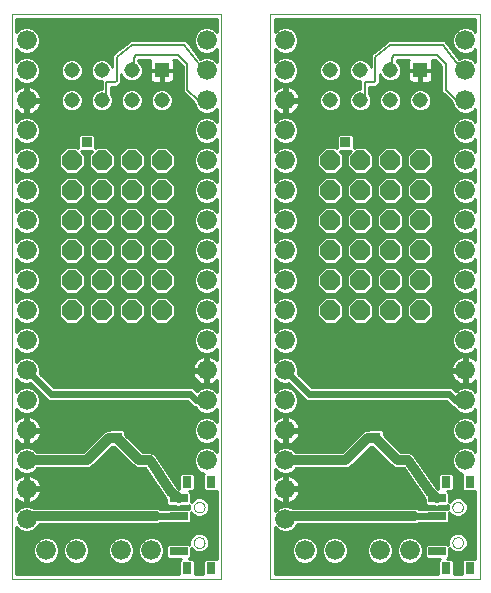
<source format=gtl>
G75*
G70*
%OFA0B0*%
%FSLAX25Y25*%
%IPPOS*%
%LPD*%
%AMOC8*
5,1,8,0,0,1.08239X$1,22.5*
%
%ADD10C,0.00800*%
%ADD17C,0.01000*%
%ADD19R,0.03150X0.03940*%
%ADD22R,0.03560X0.03560*%
%ADD26C,0.02400*%
%ADD27C,0.05150*%
%ADD30R,0.05910X0.02760*%
%ADD31C,0.03200*%
%ADD33OC8,0.06600*%
%ADD38C,0.06600*%
%ADD39C,0.00000*%
%ADD41R,0.05150X0.05150*%
X0011000Y0011000D02*
G75*
%LPD*%
D39*
X0011000Y0011000D02*
X0011000Y0199200D01*
X0080920Y0199200D01*
X0080920Y0011000D01*
X0011000Y0011000D01*
X0071730Y0023090D02*
X0071750Y0023350D01*
X0071810Y0023610D01*
X0071910Y0023860D01*
X0072040Y0024090D01*
X0072200Y0024290D01*
X0072400Y0024470D01*
X0072620Y0024620D01*
X0072850Y0024740D01*
X0073110Y0024820D01*
X0073370Y0024860D01*
X0073630Y0024860D01*
X0073890Y0024820D01*
X0074150Y0024740D01*
X0074390Y0024620D01*
X0074600Y0024470D01*
X0074800Y0024290D01*
X0074960Y0024090D01*
X0075090Y0023860D01*
X0075190Y0023610D01*
X0075250Y0023350D01*
X0075270Y0023090D01*
X0075250Y0022830D01*
X0075190Y0022570D01*
X0075090Y0022320D01*
X0074960Y0022090D01*
X0074800Y0021890D01*
X0074600Y0021710D01*
X0074380Y0021560D01*
X0074150Y0021440D01*
X0073890Y0021360D01*
X0073630Y0021320D01*
X0073370Y0021320D01*
X0073110Y0021360D01*
X0072850Y0021440D01*
X0072610Y0021560D01*
X0072400Y0021710D01*
X0072200Y0021890D01*
X0072040Y0022090D01*
X0071910Y0022320D01*
X0071810Y0022570D01*
X0071750Y0022830D01*
X0071730Y0023090D01*
X0071730Y0034910D02*
X0071750Y0035170D01*
X0071810Y0035430D01*
X0071910Y0035680D01*
X0072040Y0035910D01*
X0072200Y0036110D01*
X0072400Y0036290D01*
X0072620Y0036440D01*
X0072850Y0036560D01*
X0073110Y0036640D01*
X0073370Y0036680D01*
X0073630Y0036680D01*
X0073890Y0036640D01*
X0074150Y0036560D01*
X0074390Y0036440D01*
X0074600Y0036290D01*
X0074800Y0036110D01*
X0074960Y0035910D01*
X0075090Y0035680D01*
X0075190Y0035430D01*
X0075250Y0035170D01*
X0075270Y0034910D01*
X0075250Y0034650D01*
X0075190Y0034390D01*
X0075090Y0034140D01*
X0074960Y0033910D01*
X0074800Y0033710D01*
X0074600Y0033530D01*
X0074380Y0033380D01*
X0074150Y0033260D01*
X0073890Y0033180D01*
X0073630Y0033140D01*
X0073370Y0033140D01*
X0073110Y0033180D01*
X0072850Y0033260D01*
X0072610Y0033380D01*
X0072400Y0033530D01*
X0072200Y0033710D01*
X0072040Y0033910D01*
X0071910Y0034140D01*
X0071810Y0034390D01*
X0071750Y0034650D01*
X0071730Y0034910D01*
D27*
X0061000Y0170500D03*
X0051000Y0170500D03*
X0051000Y0180500D03*
X0041000Y0180500D03*
X0041000Y0170500D03*
X0031000Y0170500D03*
X0031000Y0180500D03*
D41*
X0061000Y0180500D03*
D38*
X0076000Y0180500D03*
X0076000Y0170500D03*
X0076000Y0160500D03*
X0076000Y0150500D03*
X0076000Y0140500D03*
X0076000Y0130500D03*
X0076000Y0120500D03*
X0076000Y0110500D03*
X0076000Y0100500D03*
X0076000Y0090500D03*
X0076000Y0080500D03*
X0076000Y0070500D03*
X0076000Y0060500D03*
X0076000Y0050500D03*
X0057500Y0020500D03*
X0047500Y0020500D03*
X0032500Y0020500D03*
X0022500Y0020500D03*
X0016000Y0031000D03*
X0016000Y0041000D03*
X0016000Y0050500D03*
X0016000Y0060500D03*
X0016000Y0070500D03*
X0016000Y0080500D03*
X0016000Y0090500D03*
X0016000Y0100500D03*
X0016000Y0110500D03*
X0016000Y0120500D03*
X0016000Y0130500D03*
X0016000Y0140500D03*
X0016000Y0150500D03*
X0016000Y0160500D03*
X0016000Y0170500D03*
X0016000Y0180500D03*
X0016000Y0190500D03*
X0076000Y0190500D03*
D33*
X0061000Y0150500D03*
X0061000Y0140500D03*
X0061000Y0130500D03*
X0061000Y0120500D03*
X0061000Y0110500D03*
X0061000Y0100500D03*
X0051000Y0100500D03*
X0051000Y0110500D03*
X0051000Y0120500D03*
X0051000Y0130500D03*
X0051000Y0140500D03*
X0051000Y0150500D03*
X0041000Y0150500D03*
X0041000Y0140500D03*
X0041000Y0130500D03*
X0041000Y0120500D03*
X0041000Y0110500D03*
X0041000Y0100500D03*
X0031000Y0100500D03*
X0031000Y0110500D03*
X0031000Y0120500D03*
X0031000Y0130500D03*
X0031000Y0140500D03*
X0031000Y0150500D03*
D19*
X0069560Y0043370D03*
X0077440Y0043370D03*
X0077440Y0014630D03*
X0069560Y0014630D03*
D30*
X0066610Y0020140D03*
X0066610Y0031950D03*
X0066610Y0037860D03*
D17*
X0067700Y0035380D02*
X0070020Y0035380D01*
X0070250Y0035610D01*
X0070230Y0035560D01*
X0070230Y0034250D01*
X0070250Y0034200D01*
X0070020Y0034430D01*
X0063200Y0034430D01*
X0063020Y0034250D01*
X0060460Y0034250D01*
X0059490Y0034650D01*
X0018570Y0034650D01*
X0018490Y0034730D01*
X0016880Y0035400D01*
X0015120Y0035400D01*
X0013510Y0034730D01*
X0012500Y0033720D01*
X0012500Y0037710D01*
X0012870Y0037340D01*
X0013480Y0036890D01*
X0014160Y0036550D01*
X0014880Y0036320D01*
X0015520Y0036220D01*
X0015520Y0040520D01*
X0016480Y0040520D01*
X0016480Y0041480D01*
X0015520Y0041480D01*
X0015520Y0045780D01*
X0014880Y0045680D01*
X0014160Y0045450D01*
X0013480Y0045110D01*
X0012870Y0044660D01*
X0012500Y0044290D01*
X0012500Y0047780D01*
X0013510Y0046770D01*
X0015120Y0046100D01*
X0016880Y0046100D01*
X0018490Y0046770D01*
X0019520Y0047800D01*
X0036540Y0047800D01*
X0037530Y0048210D01*
X0044440Y0055120D01*
X0045060Y0055120D01*
X0051970Y0048210D01*
X0052960Y0047800D01*
X0054040Y0047800D01*
X0055560Y0047800D01*
X0061800Y0038490D01*
X0061990Y0038130D01*
X0062090Y0038050D01*
X0062170Y0037940D01*
X0062510Y0037710D01*
X0062560Y0037670D01*
X0062560Y0036020D01*
X0063200Y0035380D01*
X0065470Y0035380D01*
X0066350Y0035120D01*
X0067420Y0035230D01*
X0067700Y0035380D01*
X0070660Y0039690D02*
X0070050Y0040300D01*
X0071590Y0040300D01*
X0072240Y0040950D01*
X0072240Y0045790D01*
X0071590Y0046440D01*
X0067530Y0046440D01*
X0066890Y0045790D01*
X0066890Y0041110D01*
X0066130Y0041730D01*
X0059390Y0051780D01*
X0059290Y0052030D01*
X0059100Y0052220D01*
X0058940Y0052450D01*
X0058720Y0052600D01*
X0058530Y0052790D01*
X0058280Y0052890D01*
X0058050Y0053040D01*
X0057790Y0053100D01*
X0057540Y0053200D01*
X0057260Y0053200D01*
X0057000Y0053250D01*
X0056730Y0053200D01*
X0054620Y0053200D01*
X0048880Y0058940D01*
X0048880Y0060240D01*
X0048240Y0060880D01*
X0043760Y0060880D01*
X0043580Y0060700D01*
X0042960Y0060700D01*
X0041970Y0060290D01*
X0041210Y0059530D01*
X0034880Y0053200D01*
X0019520Y0053200D01*
X0018490Y0054230D01*
X0016880Y0054900D01*
X0015120Y0054900D01*
X0013510Y0054230D01*
X0012500Y0053220D01*
X0012500Y0057210D01*
X0012870Y0056840D01*
X0013480Y0056390D01*
X0014160Y0056050D01*
X0014880Y0055820D01*
X0015520Y0055720D01*
X0015520Y0060020D01*
X0016480Y0060020D01*
X0016480Y0060980D01*
X0015520Y0060980D01*
X0015520Y0065280D01*
X0014880Y0065180D01*
X0014160Y0064950D01*
X0013480Y0064610D01*
X0012870Y0064160D01*
X0012500Y0063790D01*
X0012500Y0067780D01*
X0013510Y0066770D01*
X0015120Y0066100D01*
X0016880Y0066100D01*
X0018490Y0066770D01*
X0019730Y0068010D01*
X0020400Y0069620D01*
X0020400Y0071380D01*
X0019730Y0072990D01*
X0018490Y0074230D01*
X0016880Y0074900D01*
X0015120Y0074900D01*
X0013510Y0074230D01*
X0012500Y0073220D01*
X0012500Y0077780D01*
X0013510Y0076770D01*
X0015120Y0076100D01*
X0016880Y0076100D01*
X0017070Y0076180D01*
X0021700Y0071550D01*
X0023050Y0070200D01*
X0069550Y0070200D01*
X0070200Y0069550D01*
X0071550Y0068200D01*
X0072190Y0068200D01*
X0072270Y0068010D01*
X0073510Y0066770D01*
X0075120Y0066100D01*
X0076880Y0066100D01*
X0078490Y0066770D01*
X0079420Y0067700D01*
X0079420Y0063300D01*
X0078490Y0064230D01*
X0076880Y0064900D01*
X0075120Y0064900D01*
X0073510Y0064230D01*
X0072270Y0062990D01*
X0071600Y0061380D01*
X0071600Y0059620D01*
X0072270Y0058010D01*
X0073510Y0056770D01*
X0075120Y0056100D01*
X0076880Y0056100D01*
X0078490Y0056770D01*
X0079420Y0057700D01*
X0079420Y0053300D01*
X0078490Y0054230D01*
X0076880Y0054900D01*
X0075120Y0054900D01*
X0073510Y0054230D01*
X0072270Y0052990D01*
X0071600Y0051380D01*
X0071600Y0049620D01*
X0072270Y0048010D01*
X0073510Y0046770D01*
X0075080Y0046120D01*
X0074760Y0045790D01*
X0074760Y0040950D01*
X0075410Y0040300D01*
X0079420Y0040300D01*
X0079420Y0017700D01*
X0075410Y0017700D01*
X0074760Y0017050D01*
X0074760Y0012500D01*
X0072240Y0012500D01*
X0072240Y0017050D01*
X0071590Y0017700D01*
X0070050Y0017700D01*
X0070660Y0018310D01*
X0070660Y0021390D01*
X0070730Y0021240D01*
X0071650Y0020320D01*
X0072850Y0019820D01*
X0074150Y0019820D01*
X0075350Y0020320D01*
X0076270Y0021240D01*
X0076770Y0022440D01*
X0076770Y0023750D01*
X0076270Y0024950D01*
X0075350Y0025870D01*
X0074150Y0026370D01*
X0072850Y0026370D01*
X0071650Y0025870D01*
X0070730Y0024950D01*
X0070230Y0023750D01*
X0070230Y0022440D01*
X0070250Y0022390D01*
X0070020Y0022620D01*
X0063200Y0022620D01*
X0062560Y0021980D01*
X0062560Y0018310D01*
X0063200Y0017660D01*
X0067500Y0017660D01*
X0066890Y0017050D01*
X0066890Y0012500D01*
X0012500Y0012500D01*
X0012500Y0028280D01*
X0013510Y0027270D01*
X0015120Y0026600D01*
X0016880Y0026600D01*
X0018490Y0027270D01*
X0019730Y0028510D01*
X0020040Y0029250D01*
X0059490Y0029250D01*
X0060460Y0029650D01*
X0063020Y0029650D01*
X0063200Y0029470D01*
X0070020Y0029470D01*
X0070660Y0030120D01*
X0070660Y0033210D01*
X0070730Y0033050D01*
X0071650Y0032130D01*
X0072850Y0031630D01*
X0074150Y0031630D01*
X0075350Y0032130D01*
X0076270Y0033050D01*
X0076770Y0034250D01*
X0076770Y0035560D01*
X0076270Y0036760D01*
X0075350Y0037680D01*
X0074150Y0038180D01*
X0072850Y0038180D01*
X0071650Y0037680D01*
X0070730Y0036760D01*
X0070660Y0036610D01*
X0070660Y0039690D01*
X0070660Y0039510D02*
X0079420Y0039510D01*
X0079420Y0038530D02*
X0070660Y0038530D01*
X0070660Y0037540D02*
X0071510Y0037540D01*
X0070240Y0035570D02*
X0070210Y0035570D01*
X0070230Y0034590D02*
X0059640Y0034590D01*
X0061110Y0039510D02*
X0020560Y0039510D01*
X0020450Y0039160D02*
X0020680Y0039880D01*
X0020780Y0040520D01*
X0016480Y0040520D01*
X0016480Y0036220D01*
X0017120Y0036320D01*
X0017840Y0036550D01*
X0018520Y0036890D01*
X0019130Y0037340D01*
X0019660Y0037870D01*
X0020110Y0038480D01*
X0020450Y0039160D01*
X0020130Y0038530D02*
X0061770Y0038530D01*
X0062560Y0037540D02*
X0019330Y0037540D01*
X0017860Y0036560D02*
X0062560Y0036560D01*
X0063010Y0035570D02*
X0012500Y0035570D01*
X0012500Y0034590D02*
X0013370Y0034590D01*
X0014140Y0036560D02*
X0012500Y0036560D01*
X0012500Y0037540D02*
X0012670Y0037540D01*
X0015520Y0037540D02*
X0016480Y0037540D01*
X0016480Y0036560D02*
X0015520Y0036560D01*
X0015520Y0038530D02*
X0016480Y0038530D01*
X0016480Y0039510D02*
X0015520Y0039510D01*
X0015520Y0040500D02*
X0016480Y0040500D01*
X0016480Y0041480D02*
X0020780Y0041480D01*
X0020680Y0042120D01*
X0020450Y0042840D01*
X0020110Y0043520D01*
X0019660Y0044130D01*
X0019130Y0044660D01*
X0018520Y0045110D01*
X0017840Y0045450D01*
X0017120Y0045680D01*
X0016480Y0045780D01*
X0016480Y0041480D01*
X0016480Y0041490D02*
X0015520Y0041490D01*
X0015520Y0042470D02*
X0016480Y0042470D01*
X0016480Y0043460D02*
X0015520Y0043460D01*
X0015520Y0044440D02*
X0016480Y0044440D01*
X0016480Y0045430D02*
X0015520Y0045430D01*
X0014110Y0045430D02*
X0012500Y0045430D01*
X0012500Y0046410D02*
X0014380Y0046410D01*
X0012880Y0047400D02*
X0012500Y0047400D01*
X0012500Y0044440D02*
X0012650Y0044440D01*
X0012500Y0053310D02*
X0012580Y0053310D01*
X0012500Y0054290D02*
X0013650Y0054290D01*
X0013750Y0056260D02*
X0012500Y0056260D01*
X0012500Y0055280D02*
X0036960Y0055280D01*
X0035970Y0054290D02*
X0018350Y0054290D01*
X0019420Y0053310D02*
X0034990Y0053310D01*
X0037700Y0048380D02*
X0051800Y0048380D01*
X0050820Y0049370D02*
X0038680Y0049370D01*
X0039670Y0050350D02*
X0049830Y0050350D01*
X0048850Y0051340D02*
X0040650Y0051340D01*
X0041640Y0052320D02*
X0047860Y0052320D01*
X0046880Y0053310D02*
X0042620Y0053310D01*
X0043610Y0054290D02*
X0045890Y0054290D01*
X0048880Y0059220D02*
X0071770Y0059220D01*
X0071600Y0060200D02*
X0048880Y0060200D01*
X0049590Y0058230D02*
X0072180Y0058230D01*
X0073030Y0057250D02*
X0050570Y0057250D01*
X0051560Y0056260D02*
X0074740Y0056260D01*
X0073650Y0054290D02*
X0053530Y0054290D01*
X0054510Y0053310D02*
X0072580Y0053310D01*
X0071990Y0052320D02*
X0059030Y0052320D01*
X0059690Y0051340D02*
X0071600Y0051340D01*
X0071600Y0050350D02*
X0060350Y0050350D01*
X0061010Y0049370D02*
X0071710Y0049370D01*
X0072120Y0048380D02*
X0061670Y0048380D01*
X0062330Y0047400D02*
X0072880Y0047400D01*
X0072240Y0045430D02*
X0074760Y0045430D01*
X0074760Y0044440D02*
X0072240Y0044440D01*
X0072240Y0043460D02*
X0074760Y0043460D01*
X0074760Y0042470D02*
X0072240Y0042470D01*
X0072240Y0041490D02*
X0074760Y0041490D01*
X0075210Y0040500D02*
X0071790Y0040500D01*
X0071620Y0046410D02*
X0074380Y0046410D01*
X0078350Y0054290D02*
X0079420Y0054290D01*
X0079420Y0053310D02*
X0079420Y0053310D01*
X0079420Y0055280D02*
X0052540Y0055280D01*
X0055830Y0047400D02*
X0019120Y0047400D01*
X0019350Y0044440D02*
X0057810Y0044440D01*
X0057150Y0045430D02*
X0017890Y0045430D01*
X0017620Y0046410D02*
X0056490Y0046410D01*
X0058470Y0043460D02*
X0020140Y0043460D01*
X0020570Y0042470D02*
X0059130Y0042470D01*
X0059790Y0041490D02*
X0020780Y0041490D01*
X0020780Y0040500D02*
X0060450Y0040500D01*
X0062990Y0046410D02*
X0067500Y0046410D01*
X0066890Y0045430D02*
X0063650Y0045430D01*
X0064310Y0044440D02*
X0066890Y0044440D01*
X0066890Y0043460D02*
X0064970Y0043460D01*
X0065630Y0042470D02*
X0066890Y0042470D01*
X0066890Y0041490D02*
X0066430Y0041490D01*
X0070660Y0032620D02*
X0071160Y0032620D01*
X0070660Y0031630D02*
X0072850Y0031630D01*
X0074150Y0031630D02*
X0079420Y0031630D01*
X0079420Y0030650D02*
X0070660Y0030650D01*
X0070210Y0029660D02*
X0079420Y0029660D01*
X0079420Y0028680D02*
X0019800Y0028680D01*
X0018920Y0027690D02*
X0079420Y0027690D01*
X0079420Y0026710D02*
X0017140Y0026710D01*
X0018680Y0022770D02*
X0012500Y0022770D01*
X0012500Y0023750D02*
X0019530Y0023750D01*
X0020010Y0024230D02*
X0018770Y0022990D01*
X0018100Y0021380D01*
X0018100Y0019620D01*
X0018770Y0018010D01*
X0020010Y0016770D01*
X0021620Y0016100D01*
X0023380Y0016100D01*
X0024990Y0016770D01*
X0026230Y0018010D01*
X0026900Y0019620D01*
X0026900Y0021380D01*
X0026230Y0022990D01*
X0024990Y0024230D01*
X0023380Y0024900D01*
X0021620Y0024900D01*
X0020010Y0024230D01*
X0021240Y0024740D02*
X0012500Y0024740D01*
X0012500Y0025720D02*
X0071500Y0025720D01*
X0070640Y0024740D02*
X0058760Y0024740D01*
X0058380Y0024900D02*
X0059990Y0024230D01*
X0061230Y0022990D01*
X0061900Y0021380D01*
X0061900Y0019620D01*
X0061230Y0018010D01*
X0059990Y0016770D01*
X0058380Y0016100D01*
X0056620Y0016100D01*
X0055010Y0016770D01*
X0053770Y0018010D01*
X0053100Y0019620D01*
X0053100Y0021380D01*
X0053770Y0022990D01*
X0055010Y0024230D01*
X0056620Y0024900D01*
X0058380Y0024900D01*
X0056240Y0024740D02*
X0048760Y0024740D01*
X0048380Y0024900D02*
X0049990Y0024230D01*
X0051230Y0022990D01*
X0051900Y0021380D01*
X0051900Y0019620D01*
X0051230Y0018010D01*
X0049990Y0016770D01*
X0048380Y0016100D01*
X0046620Y0016100D01*
X0045010Y0016770D01*
X0043770Y0018010D01*
X0043100Y0019620D01*
X0043100Y0021380D01*
X0043770Y0022990D01*
X0045010Y0024230D01*
X0046620Y0024900D01*
X0048380Y0024900D01*
X0046240Y0024740D02*
X0033760Y0024740D01*
X0033380Y0024900D02*
X0031620Y0024900D01*
X0030010Y0024230D01*
X0028770Y0022990D01*
X0028100Y0021380D01*
X0028100Y0019620D01*
X0028770Y0018010D01*
X0030010Y0016770D01*
X0031620Y0016100D01*
X0033380Y0016100D01*
X0034990Y0016770D01*
X0036230Y0018010D01*
X0036900Y0019620D01*
X0036900Y0021380D01*
X0036230Y0022990D01*
X0034990Y0024230D01*
X0033380Y0024900D01*
X0035470Y0023750D02*
X0044530Y0023750D01*
X0043680Y0022770D02*
X0036320Y0022770D01*
X0036730Y0021780D02*
X0043270Y0021780D01*
X0043100Y0020800D02*
X0036900Y0020800D01*
X0036900Y0019810D02*
X0043100Y0019810D01*
X0043430Y0018830D02*
X0036570Y0018830D01*
X0036070Y0017840D02*
X0043930Y0017840D01*
X0044920Y0016860D02*
X0035080Y0016860D01*
X0031240Y0024740D02*
X0023760Y0024740D01*
X0025470Y0023750D02*
X0029530Y0023750D01*
X0028680Y0022770D02*
X0026320Y0022770D01*
X0026730Y0021780D02*
X0028270Y0021780D01*
X0028100Y0020800D02*
X0026900Y0020800D01*
X0026900Y0019810D02*
X0028100Y0019810D01*
X0028430Y0018830D02*
X0026570Y0018830D01*
X0026070Y0017840D02*
X0028930Y0017840D01*
X0029920Y0016860D02*
X0025080Y0016860D01*
X0019920Y0016860D02*
X0012500Y0016860D01*
X0012500Y0017840D02*
X0018930Y0017840D01*
X0018430Y0018830D02*
X0012500Y0018830D01*
X0012500Y0019810D02*
X0018100Y0019810D01*
X0018100Y0020800D02*
X0012500Y0020800D01*
X0012500Y0021780D02*
X0018270Y0021780D01*
X0014860Y0026710D02*
X0012500Y0026710D01*
X0012500Y0027690D02*
X0013080Y0027690D01*
X0012500Y0015870D02*
X0066890Y0015870D01*
X0066890Y0014890D02*
X0012500Y0014890D01*
X0012500Y0013900D02*
X0066890Y0013900D01*
X0066890Y0012920D02*
X0012500Y0012920D01*
X0016480Y0055720D02*
X0017120Y0055820D01*
X0017840Y0056050D01*
X0018520Y0056390D01*
X0019130Y0056840D01*
X0019660Y0057370D01*
X0020110Y0057980D01*
X0020450Y0058660D01*
X0020680Y0059380D01*
X0020780Y0060020D01*
X0016480Y0060020D01*
X0016480Y0055720D01*
X0016480Y0056260D02*
X0015520Y0056260D01*
X0015520Y0057250D02*
X0016480Y0057250D01*
X0016480Y0058230D02*
X0015520Y0058230D01*
X0015520Y0059220D02*
X0016480Y0059220D01*
X0016480Y0060200D02*
X0041880Y0060200D01*
X0040900Y0059220D02*
X0020630Y0059220D01*
X0020230Y0058230D02*
X0039910Y0058230D01*
X0038930Y0057250D02*
X0019530Y0057250D01*
X0020780Y0060980D02*
X0020680Y0061620D01*
X0020450Y0062340D01*
X0020110Y0063020D01*
X0019660Y0063630D01*
X0019130Y0064160D01*
X0018520Y0064610D01*
X0017840Y0064950D01*
X0017120Y0065180D01*
X0016480Y0065280D01*
X0016480Y0060980D01*
X0020780Y0060980D01*
X0020750Y0061190D02*
X0071600Y0061190D01*
X0071930Y0062170D02*
X0020500Y0062170D01*
X0020000Y0063160D02*
X0072430Y0063160D01*
X0073420Y0064140D02*
X0019150Y0064140D01*
X0017300Y0065130D02*
X0079420Y0065130D01*
X0079420Y0066110D02*
X0076900Y0066110D01*
X0075100Y0066110D02*
X0016900Y0066110D01*
X0016480Y0065130D02*
X0015520Y0065130D01*
X0014700Y0065130D02*
X0012500Y0065130D01*
X0012500Y0066110D02*
X0015100Y0066110D01*
X0015520Y0064140D02*
X0016480Y0064140D01*
X0016480Y0063160D02*
X0015520Y0063160D01*
X0015520Y0062170D02*
X0016480Y0062170D01*
X0016480Y0061190D02*
X0015520Y0061190D01*
X0012850Y0064140D02*
X0012500Y0064140D01*
X0012500Y0067100D02*
X0013180Y0067100D01*
X0013270Y0073990D02*
X0012500Y0073990D01*
X0012500Y0074980D02*
X0018270Y0074980D01*
X0018730Y0073990D02*
X0019260Y0073990D01*
X0019720Y0073010D02*
X0020240Y0073010D01*
X0020130Y0072020D02*
X0021230Y0072020D01*
X0020400Y0071040D02*
X0022210Y0071040D01*
X0020400Y0070050D02*
X0069700Y0070050D01*
X0070680Y0069070D02*
X0020170Y0069070D01*
X0019760Y0068080D02*
X0072240Y0068080D01*
X0073180Y0067100D02*
X0018820Y0067100D01*
X0017290Y0075960D02*
X0012500Y0075960D01*
X0012500Y0076950D02*
X0013330Y0076950D01*
X0012500Y0083220D02*
X0012500Y0087780D01*
X0013510Y0086770D01*
X0015120Y0086100D01*
X0016880Y0086100D01*
X0018490Y0086770D01*
X0019730Y0088010D01*
X0020400Y0089620D01*
X0020400Y0091380D01*
X0019730Y0092990D01*
X0018490Y0094230D01*
X0016880Y0094900D01*
X0015120Y0094900D01*
X0013510Y0094230D01*
X0012500Y0093220D01*
X0012500Y0097780D01*
X0013510Y0096770D01*
X0015120Y0096100D01*
X0016880Y0096100D01*
X0018490Y0096770D01*
X0019730Y0098010D01*
X0020400Y0099620D01*
X0020400Y0101380D01*
X0019730Y0102990D01*
X0018490Y0104230D01*
X0016880Y0104900D01*
X0015120Y0104900D01*
X0013510Y0104230D01*
X0012500Y0103220D01*
X0012500Y0107780D01*
X0013510Y0106770D01*
X0015120Y0106100D01*
X0016880Y0106100D01*
X0018490Y0106770D01*
X0019730Y0108010D01*
X0020400Y0109620D01*
X0020400Y0111380D01*
X0019730Y0112990D01*
X0018490Y0114230D01*
X0016880Y0114900D01*
X0015120Y0114900D01*
X0013510Y0114230D01*
X0012500Y0113220D01*
X0012500Y0117780D01*
X0013510Y0116770D01*
X0015120Y0116100D01*
X0016880Y0116100D01*
X0018490Y0116770D01*
X0019730Y0118010D01*
X0020400Y0119620D01*
X0020400Y0121380D01*
X0019730Y0122990D01*
X0018490Y0124230D01*
X0016880Y0124900D01*
X0015120Y0124900D01*
X0013510Y0124230D01*
X0012500Y0123220D01*
X0012500Y0127780D01*
X0013510Y0126770D01*
X0015120Y0126100D01*
X0016880Y0126100D01*
X0018490Y0126770D01*
X0019730Y0128010D01*
X0020400Y0129620D01*
X0020400Y0131380D01*
X0019730Y0132990D01*
X0018490Y0134230D01*
X0016880Y0134900D01*
X0015120Y0134900D01*
X0013510Y0134230D01*
X0012500Y0133220D01*
X0012500Y0137780D01*
X0013510Y0136770D01*
X0015120Y0136100D01*
X0016880Y0136100D01*
X0018490Y0136770D01*
X0019730Y0138010D01*
X0020400Y0139620D01*
X0020400Y0141380D01*
X0019730Y0142990D01*
X0018490Y0144230D01*
X0016880Y0144900D01*
X0015120Y0144900D01*
X0013510Y0144230D01*
X0012500Y0143220D01*
X0012500Y0147780D01*
X0013510Y0146770D01*
X0015120Y0146100D01*
X0016880Y0146100D01*
X0018490Y0146770D01*
X0019730Y0148010D01*
X0020400Y0149620D01*
X0020400Y0151380D01*
X0019730Y0152990D01*
X0018490Y0154230D01*
X0016880Y0154900D01*
X0015120Y0154900D01*
X0013510Y0154230D01*
X0012500Y0153220D01*
X0012500Y0157780D01*
X0013510Y0156770D01*
X0015120Y0156100D01*
X0016880Y0156100D01*
X0018490Y0156770D01*
X0019730Y0158010D01*
X0020400Y0159620D01*
X0020400Y0161380D01*
X0019730Y0162990D01*
X0018490Y0164230D01*
X0016880Y0164900D01*
X0015120Y0164900D01*
X0013510Y0164230D01*
X0012500Y0163220D01*
X0012500Y0167210D01*
X0012870Y0166840D01*
X0013480Y0166390D01*
X0014160Y0166050D01*
X0014880Y0165820D01*
X0015520Y0165720D01*
X0015520Y0170020D01*
X0016480Y0170020D01*
X0016480Y0170980D01*
X0015520Y0170980D01*
X0015520Y0175280D01*
X0014880Y0175180D01*
X0014160Y0174950D01*
X0013480Y0174610D01*
X0012870Y0174160D01*
X0012500Y0173790D01*
X0012500Y0177780D01*
X0013510Y0176770D01*
X0015120Y0176100D01*
X0016880Y0176100D01*
X0018490Y0176770D01*
X0019730Y0178010D01*
X0020400Y0179620D01*
X0020400Y0181380D01*
X0019730Y0182990D01*
X0018490Y0184230D01*
X0016880Y0184900D01*
X0015120Y0184900D01*
X0013510Y0184230D01*
X0012500Y0183220D01*
X0012500Y0187780D01*
X0013510Y0186770D01*
X0015120Y0186100D01*
X0016880Y0186100D01*
X0018490Y0186770D01*
X0019730Y0188010D01*
X0020400Y0189620D01*
X0020400Y0191380D01*
X0019730Y0192990D01*
X0018490Y0194230D01*
X0016880Y0194900D01*
X0015120Y0194900D01*
X0013510Y0194230D01*
X0012500Y0193220D01*
X0012500Y0197700D01*
X0079420Y0197700D01*
X0079420Y0193300D01*
X0078490Y0194230D01*
X0076880Y0194900D01*
X0075120Y0194900D01*
X0073510Y0194230D01*
X0072270Y0192990D01*
X0071600Y0191380D01*
X0071600Y0189620D01*
X0072270Y0188010D01*
X0073510Y0186770D01*
X0075120Y0186100D01*
X0076880Y0186100D01*
X0078490Y0186770D01*
X0079420Y0187700D01*
X0079420Y0183300D01*
X0078490Y0184230D01*
X0076880Y0184900D01*
X0075120Y0184900D01*
X0073910Y0184400D01*
X0070000Y0189510D01*
X0070000Y0189620D01*
X0069630Y0189990D01*
X0069310Y0190400D01*
X0069200Y0190420D01*
X0069120Y0190500D01*
X0068600Y0190500D01*
X0068080Y0190570D01*
X0067990Y0190500D01*
X0051080Y0190500D01*
X0050550Y0190560D01*
X0050470Y0190500D01*
X0050380Y0190500D01*
X0050000Y0190120D01*
X0045470Y0186500D01*
X0045380Y0186500D01*
X0045000Y0186120D01*
X0044580Y0185780D01*
X0044570Y0185690D01*
X0044500Y0185620D01*
X0044500Y0185080D01*
X0044440Y0184550D01*
X0044500Y0184470D01*
X0044500Y0181650D01*
X0044120Y0182580D01*
X0043080Y0183620D01*
X0041730Y0184170D01*
X0040270Y0184170D01*
X0038920Y0183620D01*
X0037880Y0182580D01*
X0037330Y0181230D01*
X0037330Y0179770D01*
X0037880Y0178420D01*
X0038920Y0177380D01*
X0040270Y0176830D01*
X0041000Y0176830D01*
X0041000Y0174170D01*
X0040270Y0174170D01*
X0038920Y0173620D01*
X0037880Y0172580D01*
X0037330Y0171230D01*
X0037330Y0169770D01*
X0037880Y0168420D01*
X0038920Y0167380D01*
X0040270Y0166830D01*
X0041730Y0166830D01*
X0043080Y0167380D01*
X0044120Y0168420D01*
X0044670Y0169770D01*
X0044670Y0171230D01*
X0044120Y0172580D01*
X0044000Y0172700D01*
X0044000Y0175000D01*
X0046120Y0175000D01*
X0046620Y0175500D01*
X0047500Y0176380D01*
X0047500Y0179350D01*
X0047880Y0178420D01*
X0048920Y0177380D01*
X0050270Y0176830D01*
X0051730Y0176830D01*
X0053080Y0177380D01*
X0054120Y0178420D01*
X0054670Y0179770D01*
X0054670Y0181230D01*
X0054120Y0182580D01*
X0053140Y0183560D01*
X0053230Y0184000D01*
X0057230Y0184000D01*
X0057220Y0184000D01*
X0057030Y0183650D01*
X0056930Y0183270D01*
X0056930Y0180790D01*
X0060710Y0180790D01*
X0060710Y0180210D01*
X0061290Y0180210D01*
X0061290Y0180790D01*
X0065070Y0180790D01*
X0065070Y0183270D01*
X0064970Y0183650D01*
X0064780Y0184000D01*
X0064770Y0184000D01*
X0065880Y0184000D01*
X0068000Y0181880D01*
X0068000Y0173380D01*
X0068880Y0172500D01*
X0071500Y0169880D01*
X0071500Y0169880D01*
X0071600Y0169780D01*
X0071600Y0169620D01*
X0072270Y0168010D01*
X0073510Y0166770D01*
X0075120Y0166100D01*
X0076880Y0166100D01*
X0078490Y0166770D01*
X0079420Y0167700D01*
X0079420Y0163300D01*
X0078490Y0164230D01*
X0076880Y0164900D01*
X0075120Y0164900D01*
X0073510Y0164230D01*
X0072270Y0162990D01*
X0071600Y0161380D01*
X0071600Y0159620D01*
X0072270Y0158010D01*
X0073510Y0156770D01*
X0075120Y0156100D01*
X0076880Y0156100D01*
X0078490Y0156770D01*
X0079420Y0157700D01*
X0079420Y0153300D01*
X0078490Y0154230D01*
X0076880Y0154900D01*
X0075120Y0154900D01*
X0073510Y0154230D01*
X0072270Y0152990D01*
X0071600Y0151380D01*
X0071600Y0149620D01*
X0072270Y0148010D01*
X0073510Y0146770D01*
X0075120Y0146100D01*
X0076880Y0146100D01*
X0078490Y0146770D01*
X0079420Y0147700D01*
X0079420Y0143300D01*
X0078490Y0144230D01*
X0076880Y0144900D01*
X0075120Y0144900D01*
X0073510Y0144230D01*
X0072270Y0142990D01*
X0071600Y0141380D01*
X0071600Y0139620D01*
X0072270Y0138010D01*
X0073510Y0136770D01*
X0075120Y0136100D01*
X0076880Y0136100D01*
X0078490Y0136770D01*
X0079420Y0137700D01*
X0079420Y0133300D01*
X0078490Y0134230D01*
X0076880Y0134900D01*
X0075120Y0134900D01*
X0073510Y0134230D01*
X0072270Y0132990D01*
X0071600Y0131380D01*
X0071600Y0129620D01*
X0072270Y0128010D01*
X0073510Y0126770D01*
X0075120Y0126100D01*
X0076880Y0126100D01*
X0078490Y0126770D01*
X0079420Y0127700D01*
X0079420Y0123300D01*
X0078490Y0124230D01*
X0076880Y0124900D01*
X0075120Y0124900D01*
X0073510Y0124230D01*
X0072270Y0122990D01*
X0071600Y0121380D01*
X0071600Y0119620D01*
X0072270Y0118010D01*
X0073510Y0116770D01*
X0075120Y0116100D01*
X0076880Y0116100D01*
X0078490Y0116770D01*
X0079420Y0117700D01*
X0079420Y0113300D01*
X0078490Y0114230D01*
X0076880Y0114900D01*
X0075120Y0114900D01*
X0073510Y0114230D01*
X0072270Y0112990D01*
X0071600Y0111380D01*
X0071600Y0109620D01*
X0072270Y0108010D01*
X0073510Y0106770D01*
X0075120Y0106100D01*
X0076880Y0106100D01*
X0078490Y0106770D01*
X0079420Y0107700D01*
X0079420Y0103300D01*
X0078490Y0104230D01*
X0076880Y0104900D01*
X0075120Y0104900D01*
X0073510Y0104230D01*
X0072270Y0102990D01*
X0071600Y0101380D01*
X0071600Y0099620D01*
X0072270Y0098010D01*
X0073510Y0096770D01*
X0075120Y0096100D01*
X0076880Y0096100D01*
X0078490Y0096770D01*
X0079420Y0097700D01*
X0079420Y0093300D01*
X0078490Y0094230D01*
X0076880Y0094900D01*
X0075120Y0094900D01*
X0073510Y0094230D01*
X0072270Y0092990D01*
X0071600Y0091380D01*
X0071600Y0089620D01*
X0072270Y0088010D01*
X0073510Y0086770D01*
X0075120Y0086100D01*
X0076880Y0086100D01*
X0078490Y0086770D01*
X0079420Y0087700D01*
X0079420Y0083870D01*
X0079130Y0084160D01*
X0078520Y0084610D01*
X0077840Y0084950D01*
X0077120Y0085180D01*
X0076480Y0085280D01*
X0076480Y0080980D01*
X0075520Y0080980D01*
X0075520Y0080020D01*
X0076480Y0080020D01*
X0076480Y0075720D01*
X0077120Y0075820D01*
X0077840Y0076050D01*
X0078520Y0076390D01*
X0079130Y0076840D01*
X0079420Y0077130D01*
X0079420Y0073300D01*
X0078490Y0074230D01*
X0076880Y0074900D01*
X0075120Y0074900D01*
X0073510Y0074230D01*
X0072770Y0073490D01*
X0071450Y0074800D01*
X0024950Y0074800D01*
X0020320Y0079430D01*
X0020400Y0079620D01*
X0020400Y0081380D01*
X0019730Y0082990D01*
X0018490Y0084230D01*
X0016880Y0084900D01*
X0015120Y0084900D01*
X0013510Y0084230D01*
X0012500Y0083220D01*
X0012500Y0083840D02*
X0013120Y0083840D01*
X0012500Y0084830D02*
X0014940Y0084830D01*
X0017060Y0084830D02*
X0073920Y0084830D01*
X0074160Y0084950D02*
X0073480Y0084610D01*
X0072870Y0084160D01*
X0072340Y0083630D01*
X0071890Y0083020D01*
X0071550Y0082340D01*
X0071320Y0081620D01*
X0071220Y0080980D01*
X0075520Y0080980D01*
X0075520Y0085280D01*
X0074880Y0085180D01*
X0074160Y0084950D01*
X0075520Y0084830D02*
X0076480Y0084830D01*
X0076480Y0083840D02*
X0075520Y0083840D01*
X0075520Y0082860D02*
X0076480Y0082860D01*
X0076480Y0081870D02*
X0075520Y0081870D01*
X0075520Y0080890D02*
X0020400Y0080890D01*
X0020400Y0079900D02*
X0071240Y0079900D01*
X0071220Y0080020D02*
X0071320Y0079380D01*
X0071550Y0078660D01*
X0071890Y0077980D01*
X0072340Y0077370D01*
X0072870Y0076840D01*
X0073480Y0076390D01*
X0074160Y0076050D01*
X0074880Y0075820D01*
X0075520Y0075720D01*
X0075520Y0080020D01*
X0071220Y0080020D01*
X0071470Y0078920D02*
X0020840Y0078920D01*
X0020200Y0081870D02*
X0071400Y0081870D01*
X0071810Y0082860D02*
X0019790Y0082860D01*
X0018880Y0083840D02*
X0072550Y0083840D01*
X0073480Y0086800D02*
X0018520Y0086800D01*
X0019500Y0087780D02*
X0072500Y0087780D01*
X0071960Y0088770D02*
X0020040Y0088770D01*
X0020400Y0089750D02*
X0071600Y0089750D01*
X0071600Y0090740D02*
X0020400Y0090740D01*
X0020260Y0091720D02*
X0071740Y0091720D01*
X0072150Y0092710D02*
X0019850Y0092710D01*
X0019030Y0093690D02*
X0072970Y0093690D01*
X0074580Y0094680D02*
X0017420Y0094680D01*
X0018190Y0096650D02*
X0028630Y0096650D01*
X0029180Y0096100D02*
X0032820Y0096100D01*
X0035400Y0098680D01*
X0035400Y0102320D01*
X0032820Y0104900D01*
X0029180Y0104900D01*
X0026600Y0102320D01*
X0026600Y0098680D01*
X0029180Y0096100D01*
X0027650Y0097630D02*
X0019350Y0097630D01*
X0019980Y0098620D02*
X0026660Y0098620D01*
X0026600Y0099600D02*
X0020390Y0099600D01*
X0020400Y0100590D02*
X0026600Y0100590D01*
X0026600Y0101570D02*
X0020320Y0101570D01*
X0019910Y0102560D02*
X0026830Y0102560D01*
X0027820Y0103540D02*
X0019180Y0103540D01*
X0017780Y0104530D02*
X0028800Y0104530D01*
X0029180Y0106100D02*
X0032820Y0106100D01*
X0035400Y0108680D01*
X0035400Y0112320D01*
X0032820Y0114900D01*
X0029180Y0114900D01*
X0026600Y0112320D01*
X0026600Y0108680D01*
X0029180Y0106100D01*
X0028780Y0106500D02*
X0017830Y0106500D01*
X0019200Y0107480D02*
X0027800Y0107480D01*
X0026810Y0108470D02*
X0019920Y0108470D01*
X0020330Y0109450D02*
X0026600Y0109450D01*
X0026600Y0110440D02*
X0020400Y0110440D01*
X0020380Y0111420D02*
X0026600Y0111420D01*
X0026680Y0112410D02*
X0019970Y0112410D01*
X0019330Y0113390D02*
X0027670Y0113390D01*
X0028650Y0114380D02*
X0018140Y0114380D01*
X0017470Y0116350D02*
X0028930Y0116350D01*
X0029180Y0116100D02*
X0032820Y0116100D01*
X0035400Y0118680D01*
X0035400Y0122320D01*
X0032820Y0124900D01*
X0029180Y0124900D01*
X0026600Y0122320D01*
X0026600Y0118680D01*
X0029180Y0116100D01*
X0027950Y0117330D02*
X0019050Y0117330D01*
X0019860Y0118320D02*
X0026960Y0118320D01*
X0026600Y0119300D02*
X0020270Y0119300D01*
X0020400Y0120290D02*
X0026600Y0120290D01*
X0026600Y0121270D02*
X0020400Y0121270D01*
X0020040Y0122260D02*
X0026600Y0122260D01*
X0027520Y0123240D02*
X0019480Y0123240D01*
X0018500Y0124230D02*
X0028500Y0124230D01*
X0029180Y0126100D02*
X0032820Y0126100D01*
X0035400Y0128680D01*
X0035400Y0132320D01*
X0032820Y0134900D01*
X0029180Y0134900D01*
X0026600Y0132320D01*
X0026600Y0128680D01*
X0029180Y0126100D01*
X0029080Y0126200D02*
X0017110Y0126200D01*
X0014890Y0126200D02*
X0012500Y0126200D01*
X0012500Y0127180D02*
X0013100Y0127180D01*
X0012500Y0125210D02*
X0079420Y0125210D01*
X0079420Y0124230D02*
X0078500Y0124230D01*
X0079420Y0126200D02*
X0077110Y0126200D01*
X0074890Y0126200D02*
X0062920Y0126200D01*
X0062820Y0126100D02*
X0065400Y0128680D01*
X0065400Y0132320D01*
X0062820Y0134900D01*
X0059180Y0134900D01*
X0056600Y0132320D01*
X0056600Y0128680D01*
X0059180Y0126100D01*
X0062820Y0126100D01*
X0062820Y0124900D02*
X0059180Y0124900D01*
X0056600Y0122320D01*
X0056600Y0118680D01*
X0059180Y0116100D01*
X0062820Y0116100D01*
X0065400Y0118680D01*
X0065400Y0122320D01*
X0062820Y0124900D01*
X0063500Y0124230D02*
X0073500Y0124230D01*
X0072520Y0123240D02*
X0064480Y0123240D01*
X0065400Y0122260D02*
X0071960Y0122260D01*
X0071600Y0121270D02*
X0065400Y0121270D01*
X0065400Y0120290D02*
X0071600Y0120290D01*
X0071730Y0119300D02*
X0065400Y0119300D01*
X0065040Y0118320D02*
X0072140Y0118320D01*
X0072950Y0117330D02*
X0064050Y0117330D01*
X0063070Y0116350D02*
X0074530Y0116350D01*
X0073860Y0114380D02*
X0063350Y0114380D01*
X0062820Y0114900D02*
X0059180Y0114900D01*
X0056600Y0112320D01*
X0056600Y0108680D01*
X0059180Y0106100D01*
X0062820Y0106100D01*
X0065400Y0108680D01*
X0065400Y0112320D01*
X0062820Y0114900D01*
X0064330Y0113390D02*
X0072670Y0113390D01*
X0072030Y0112410D02*
X0065320Y0112410D01*
X0065400Y0111420D02*
X0071620Y0111420D01*
X0071600Y0110440D02*
X0065400Y0110440D01*
X0065400Y0109450D02*
X0071670Y0109450D01*
X0072080Y0108470D02*
X0065190Y0108470D01*
X0064200Y0107480D02*
X0072800Y0107480D01*
X0074170Y0106500D02*
X0063220Y0106500D01*
X0062820Y0104900D02*
X0059180Y0104900D01*
X0056600Y0102320D01*
X0056600Y0098680D01*
X0059180Y0096100D01*
X0062820Y0096100D01*
X0065400Y0098680D01*
X0065400Y0102320D01*
X0062820Y0104900D01*
X0063200Y0104530D02*
X0074220Y0104530D01*
X0072820Y0103540D02*
X0064180Y0103540D01*
X0065170Y0102560D02*
X0072090Y0102560D01*
X0071680Y0101570D02*
X0065400Y0101570D01*
X0065400Y0100590D02*
X0071600Y0100590D01*
X0071610Y0099600D02*
X0065400Y0099600D01*
X0065340Y0098620D02*
X0072020Y0098620D01*
X0072650Y0097630D02*
X0064350Y0097630D01*
X0063370Y0096650D02*
X0073810Y0096650D01*
X0077420Y0094680D02*
X0079420Y0094680D01*
X0079420Y0095660D02*
X0012500Y0095660D01*
X0012500Y0094680D02*
X0014580Y0094680D01*
X0013810Y0096650D02*
X0012500Y0096650D01*
X0012500Y0097630D02*
X0012650Y0097630D01*
X0012500Y0093690D02*
X0012970Y0093690D01*
X0012500Y0086800D02*
X0013480Y0086800D01*
X0012500Y0085810D02*
X0079420Y0085810D01*
X0079420Y0084830D02*
X0078080Y0084830D01*
X0078520Y0086800D02*
X0079420Y0086800D01*
X0079420Y0093690D02*
X0079030Y0093690D01*
X0079420Y0096650D02*
X0078190Y0096650D01*
X0079350Y0097630D02*
X0079420Y0097630D01*
X0079180Y0103540D02*
X0079420Y0103540D01*
X0079420Y0104530D02*
X0077780Y0104530D01*
X0077830Y0106500D02*
X0079420Y0106500D01*
X0079420Y0107480D02*
X0079200Y0107480D01*
X0079420Y0105510D02*
X0012500Y0105510D01*
X0012500Y0104530D02*
X0014220Y0104530D01*
X0014170Y0106500D02*
X0012500Y0106500D01*
X0012500Y0107480D02*
X0012800Y0107480D01*
X0012820Y0103540D02*
X0012500Y0103540D01*
X0012500Y0113390D02*
X0012670Y0113390D01*
X0012500Y0114380D02*
X0013860Y0114380D01*
X0014530Y0116350D02*
X0012500Y0116350D01*
X0012500Y0117330D02*
X0012950Y0117330D01*
X0012500Y0115360D02*
X0079420Y0115360D01*
X0079420Y0114380D02*
X0078140Y0114380D01*
X0079330Y0113390D02*
X0079420Y0113390D01*
X0079420Y0116350D02*
X0077470Y0116350D01*
X0079050Y0117330D02*
X0079420Y0117330D01*
X0079420Y0127180D02*
X0078900Y0127180D01*
X0078650Y0134080D02*
X0079420Y0134080D01*
X0079420Y0135060D02*
X0012500Y0135060D01*
X0012500Y0134080D02*
X0013350Y0134080D01*
X0012500Y0136050D02*
X0079420Y0136050D01*
X0079420Y0137030D02*
X0078750Y0137030D01*
X0078800Y0143930D02*
X0079420Y0143930D01*
X0079420Y0144910D02*
X0012500Y0144910D01*
X0012500Y0143930D02*
X0013200Y0143930D01*
X0012500Y0145900D02*
X0079420Y0145900D01*
X0079420Y0146880D02*
X0078600Y0146880D01*
X0078950Y0153780D02*
X0079420Y0153780D01*
X0079420Y0154760D02*
X0077210Y0154760D01*
X0078400Y0156730D02*
X0079420Y0156730D01*
X0079420Y0155750D02*
X0038880Y0155750D01*
X0039180Y0154900D02*
X0038880Y0154600D01*
X0038880Y0158740D01*
X0038240Y0159380D01*
X0033760Y0159380D01*
X0033120Y0158740D01*
X0033120Y0154600D01*
X0032820Y0154900D01*
X0029180Y0154900D01*
X0026600Y0152320D01*
X0026600Y0148680D01*
X0029180Y0146100D01*
X0032820Y0146100D01*
X0035400Y0148680D01*
X0035400Y0152320D01*
X0034100Y0153620D01*
X0037900Y0153620D01*
X0036600Y0152320D01*
X0036600Y0148680D01*
X0039180Y0146100D01*
X0042820Y0146100D01*
X0045400Y0148680D01*
X0045400Y0152320D01*
X0042820Y0154900D01*
X0039180Y0154900D01*
X0039040Y0154760D02*
X0038880Y0154760D01*
X0038880Y0156730D02*
X0073600Y0156730D01*
X0072560Y0157720D02*
X0038880Y0157720D01*
X0038880Y0158700D02*
X0071980Y0158700D01*
X0071600Y0159690D02*
X0020400Y0159690D01*
X0020400Y0160670D02*
X0071600Y0160670D01*
X0071720Y0161660D02*
X0020280Y0161660D01*
X0019880Y0162640D02*
X0072120Y0162640D01*
X0072900Y0163630D02*
X0019100Y0163630D01*
X0017840Y0166050D02*
X0018520Y0166390D01*
X0019130Y0166840D01*
X0019660Y0167370D01*
X0020110Y0167980D01*
X0020450Y0168660D01*
X0020680Y0169380D01*
X0020780Y0170020D01*
X0016480Y0170020D01*
X0016480Y0165720D01*
X0017120Y0165820D01*
X0017840Y0166050D01*
X0016480Y0166580D02*
X0015520Y0166580D01*
X0015520Y0167570D02*
X0016480Y0167570D01*
X0016480Y0168550D02*
X0015520Y0168550D01*
X0015520Y0169540D02*
X0016480Y0169540D01*
X0016480Y0170520D02*
X0027330Y0170520D01*
X0027330Y0171230D02*
X0027330Y0169770D01*
X0027880Y0168420D01*
X0028920Y0167380D01*
X0030270Y0166830D01*
X0031730Y0166830D01*
X0033080Y0167380D01*
X0034120Y0168420D01*
X0034670Y0169770D01*
X0034670Y0171230D01*
X0034120Y0172580D01*
X0033080Y0173620D01*
X0031730Y0174170D01*
X0030270Y0174170D01*
X0028920Y0173620D01*
X0027880Y0172580D01*
X0027330Y0171230D01*
X0027440Y0171510D02*
X0020700Y0171510D01*
X0020680Y0171620D02*
X0020450Y0172340D01*
X0020110Y0173020D01*
X0019660Y0173630D01*
X0019130Y0174160D01*
X0018520Y0174610D01*
X0017840Y0174950D01*
X0017120Y0175180D01*
X0016480Y0175280D01*
X0016480Y0170980D01*
X0020780Y0170980D01*
X0020680Y0171620D01*
X0020370Y0172490D02*
X0027850Y0172490D01*
X0027420Y0169540D02*
X0020710Y0169540D01*
X0020390Y0168550D02*
X0027830Y0168550D01*
X0028740Y0167570D02*
X0019800Y0167570D01*
X0018770Y0166580D02*
X0073970Y0166580D01*
X0072710Y0167570D02*
X0063260Y0167570D01*
X0063080Y0167380D02*
X0064120Y0168420D01*
X0064670Y0169770D01*
X0064670Y0171230D01*
X0064120Y0172580D01*
X0063080Y0173620D01*
X0061730Y0174170D01*
X0060270Y0174170D01*
X0058920Y0173620D01*
X0057880Y0172580D01*
X0057330Y0171230D01*
X0057330Y0169770D01*
X0057880Y0168420D01*
X0058920Y0167380D01*
X0060270Y0166830D01*
X0061730Y0166830D01*
X0063080Y0167380D01*
X0064170Y0168550D02*
X0072050Y0168550D01*
X0071640Y0169540D02*
X0064580Y0169540D01*
X0064670Y0170520D02*
X0070860Y0170520D01*
X0069870Y0171510D02*
X0064560Y0171510D01*
X0064150Y0172490D02*
X0068890Y0172490D01*
X0068880Y0172500D02*
X0068880Y0172500D01*
X0068000Y0173480D02*
X0063220Y0173480D01*
X0063770Y0176430D02*
X0064150Y0176530D01*
X0064500Y0176720D01*
X0064780Y0177000D01*
X0064970Y0177350D01*
X0065070Y0177730D01*
X0065070Y0180210D01*
X0061290Y0180210D01*
X0061290Y0176430D01*
X0060710Y0176430D01*
X0060710Y0180210D01*
X0056930Y0180210D01*
X0056930Y0177730D01*
X0057030Y0177350D01*
X0057220Y0177000D01*
X0057500Y0176720D01*
X0057850Y0176530D01*
X0058230Y0176430D01*
X0060710Y0176430D01*
X0061290Y0176430D02*
X0063770Y0176430D01*
X0063790Y0176430D02*
X0068000Y0176430D01*
X0068000Y0175450D02*
X0046570Y0175450D01*
X0047500Y0176430D02*
X0058210Y0176430D01*
X0058780Y0173480D02*
X0053220Y0173480D01*
X0053080Y0173620D02*
X0051730Y0174170D01*
X0050270Y0174170D01*
X0048920Y0173620D01*
X0047880Y0172580D01*
X0047330Y0171230D01*
X0047330Y0169770D01*
X0047880Y0168420D01*
X0048920Y0167380D01*
X0050270Y0166830D01*
X0051730Y0166830D01*
X0053080Y0167380D01*
X0054120Y0168420D01*
X0054670Y0169770D01*
X0054670Y0171230D01*
X0054120Y0172580D01*
X0053080Y0173620D01*
X0054150Y0172490D02*
X0057850Y0172490D01*
X0057440Y0171510D02*
X0054560Y0171510D01*
X0054670Y0170520D02*
X0057330Y0170520D01*
X0057420Y0169540D02*
X0054580Y0169540D01*
X0054170Y0168550D02*
X0057830Y0168550D01*
X0058740Y0167570D02*
X0053260Y0167570D01*
X0048740Y0167570D02*
X0043260Y0167570D01*
X0044170Y0168550D02*
X0047830Y0168550D01*
X0047420Y0169540D02*
X0044580Y0169540D01*
X0044670Y0170520D02*
X0047330Y0170520D01*
X0047440Y0171510D02*
X0044560Y0171510D01*
X0044150Y0172490D02*
X0047850Y0172490D01*
X0048780Y0173480D02*
X0044000Y0173480D01*
X0044000Y0174460D02*
X0068000Y0174460D01*
X0068000Y0177420D02*
X0064990Y0177420D01*
X0065070Y0178400D02*
X0068000Y0178400D01*
X0068000Y0179390D02*
X0065070Y0179390D01*
X0065070Y0181360D02*
X0068000Y0181360D01*
X0068000Y0180370D02*
X0061290Y0180370D01*
X0060710Y0180370D02*
X0054670Y0180370D01*
X0054620Y0181360D02*
X0056930Y0181360D01*
X0056930Y0182340D02*
X0054220Y0182340D01*
X0053370Y0183330D02*
X0056940Y0183330D01*
X0056930Y0179390D02*
X0054520Y0179390D01*
X0054100Y0178400D02*
X0056930Y0178400D01*
X0057010Y0177420D02*
X0053110Y0177420D01*
X0048890Y0177420D02*
X0047500Y0177420D01*
X0047500Y0178400D02*
X0047900Y0178400D01*
X0044500Y0182340D02*
X0044220Y0182340D01*
X0044500Y0183330D02*
X0043370Y0183330D01*
X0044500Y0184310D02*
X0018300Y0184310D01*
X0019400Y0183330D02*
X0028630Y0183330D01*
X0028920Y0183620D02*
X0027880Y0182580D01*
X0027330Y0181230D01*
X0027330Y0179770D01*
X0027880Y0178420D01*
X0028920Y0177380D01*
X0030270Y0176830D01*
X0031730Y0176830D01*
X0033080Y0177380D01*
X0034120Y0178420D01*
X0034670Y0179770D01*
X0034670Y0181230D01*
X0034120Y0182580D01*
X0033080Y0183620D01*
X0031730Y0184170D01*
X0030270Y0184170D01*
X0028920Y0183620D01*
X0027780Y0182340D02*
X0020000Y0182340D01*
X0020400Y0181360D02*
X0027380Y0181360D01*
X0027330Y0180370D02*
X0020400Y0180370D01*
X0020300Y0179390D02*
X0027480Y0179390D01*
X0027900Y0178400D02*
X0019890Y0178400D01*
X0019140Y0177420D02*
X0028890Y0177420D01*
X0028780Y0173480D02*
X0019770Y0173480D01*
X0018720Y0174460D02*
X0041000Y0174460D01*
X0041000Y0175450D02*
X0012500Y0175450D01*
X0012500Y0176430D02*
X0014330Y0176430D01*
X0015520Y0174460D02*
X0016480Y0174460D01*
X0016480Y0173480D02*
X0015520Y0173480D01*
X0015520Y0172490D02*
X0016480Y0172490D01*
X0016480Y0171510D02*
X0015520Y0171510D01*
X0013280Y0174460D02*
X0012500Y0174460D01*
X0012500Y0177420D02*
X0012860Y0177420D01*
X0012600Y0183330D02*
X0012500Y0183330D01*
X0012500Y0184310D02*
X0013700Y0184310D01*
X0014690Y0186280D02*
X0012500Y0186280D01*
X0012500Y0185300D02*
X0044500Y0185300D01*
X0045160Y0186280D02*
X0017310Y0186280D01*
X0018990Y0187270D02*
X0046430Y0187270D01*
X0047660Y0188250D02*
X0019830Y0188250D01*
X0020240Y0189240D02*
X0048890Y0189240D01*
X0050100Y0190220D02*
X0020400Y0190220D01*
X0020400Y0191210D02*
X0071600Y0191210D01*
X0071600Y0190220D02*
X0069460Y0190220D01*
X0070210Y0189240D02*
X0071760Y0189240D01*
X0072170Y0188250D02*
X0070960Y0188250D01*
X0071710Y0187270D02*
X0073010Y0187270D01*
X0072470Y0186280D02*
X0074690Y0186280D01*
X0073220Y0185300D02*
X0079420Y0185300D01*
X0079420Y0186280D02*
X0077310Y0186280D01*
X0078300Y0184310D02*
X0079420Y0184310D01*
X0079400Y0183330D02*
X0079420Y0183330D01*
X0079420Y0187270D02*
X0078990Y0187270D01*
X0078560Y0194160D02*
X0079420Y0194160D01*
X0079420Y0195150D02*
X0012500Y0195150D01*
X0012500Y0196130D02*
X0079420Y0196130D01*
X0079420Y0197120D02*
X0012500Y0197120D01*
X0012500Y0194160D02*
X0013440Y0194160D01*
X0013010Y0187270D02*
X0012500Y0187270D01*
X0017670Y0176430D02*
X0041000Y0176430D01*
X0038890Y0177420D02*
X0033110Y0177420D01*
X0034100Y0178400D02*
X0037900Y0178400D01*
X0037480Y0179390D02*
X0034520Y0179390D01*
X0034670Y0180370D02*
X0037330Y0180370D01*
X0037380Y0181360D02*
X0034620Y0181360D01*
X0034220Y0182340D02*
X0037780Y0182340D01*
X0038630Y0183330D02*
X0033370Y0183330D01*
X0033220Y0173480D02*
X0038780Y0173480D01*
X0037850Y0172490D02*
X0034150Y0172490D01*
X0034560Y0171510D02*
X0037440Y0171510D01*
X0037330Y0170520D02*
X0034670Y0170520D01*
X0034580Y0169540D02*
X0037420Y0169540D01*
X0037830Y0168550D02*
X0034170Y0168550D01*
X0033260Y0167570D02*
X0038740Y0167570D01*
X0042960Y0154760D02*
X0049040Y0154760D01*
X0049180Y0154900D02*
X0046600Y0152320D01*
X0046600Y0148680D01*
X0049180Y0146100D01*
X0052820Y0146100D01*
X0055400Y0148680D01*
X0055400Y0152320D01*
X0052820Y0154900D01*
X0049180Y0154900D01*
X0048050Y0153780D02*
X0043950Y0153780D01*
X0044930Y0152790D02*
X0047070Y0152790D01*
X0046600Y0151810D02*
X0045400Y0151810D01*
X0045400Y0150820D02*
X0046600Y0150820D01*
X0046600Y0149840D02*
X0045400Y0149840D01*
X0045400Y0148850D02*
X0046600Y0148850D01*
X0047410Y0147870D02*
X0044590Y0147870D01*
X0043600Y0146880D02*
X0048400Y0146880D01*
X0049180Y0144900D02*
X0046600Y0142320D01*
X0046600Y0138680D01*
X0049180Y0136100D01*
X0052820Y0136100D01*
X0055400Y0138680D01*
X0055400Y0142320D01*
X0052820Y0144900D01*
X0049180Y0144900D01*
X0048200Y0143930D02*
X0043800Y0143930D01*
X0042820Y0144900D02*
X0039180Y0144900D01*
X0036600Y0142320D01*
X0036600Y0138680D01*
X0039180Y0136100D01*
X0042820Y0136100D01*
X0045400Y0138680D01*
X0045400Y0142320D01*
X0042820Y0144900D01*
X0044780Y0142940D02*
X0047220Y0142940D01*
X0046600Y0141960D02*
X0045400Y0141960D01*
X0045400Y0140970D02*
X0046600Y0140970D01*
X0046600Y0139990D02*
X0045400Y0139990D01*
X0045400Y0139000D02*
X0046600Y0139000D01*
X0047260Y0138020D02*
X0044740Y0138020D01*
X0043750Y0137030D02*
X0048250Y0137030D01*
X0049180Y0134900D02*
X0046600Y0132320D01*
X0046600Y0128680D01*
X0049180Y0126100D01*
X0052820Y0126100D01*
X0055400Y0128680D01*
X0055400Y0132320D01*
X0052820Y0134900D01*
X0049180Y0134900D01*
X0048350Y0134080D02*
X0043650Y0134080D01*
X0042820Y0134900D02*
X0039180Y0134900D01*
X0036600Y0132320D01*
X0036600Y0128680D01*
X0039180Y0126100D01*
X0042820Y0126100D01*
X0045400Y0128680D01*
X0045400Y0132320D01*
X0042820Y0134900D01*
X0044630Y0133090D02*
X0047370Y0133090D01*
X0046600Y0132110D02*
X0045400Y0132110D01*
X0045400Y0131120D02*
X0046600Y0131120D01*
X0046600Y0130140D02*
X0045400Y0130140D01*
X0045400Y0129150D02*
X0046600Y0129150D01*
X0047110Y0128170D02*
X0044890Y0128170D01*
X0043900Y0127180D02*
X0048100Y0127180D01*
X0049080Y0126200D02*
X0042920Y0126200D01*
X0042820Y0124900D02*
X0039180Y0124900D01*
X0036600Y0122320D01*
X0036600Y0118680D01*
X0039180Y0116100D01*
X0042820Y0116100D01*
X0045400Y0118680D01*
X0045400Y0122320D01*
X0042820Y0124900D01*
X0043500Y0124230D02*
X0048500Y0124230D01*
X0049180Y0124900D02*
X0046600Y0122320D01*
X0046600Y0118680D01*
X0049180Y0116100D01*
X0052820Y0116100D01*
X0055400Y0118680D01*
X0055400Y0122320D01*
X0052820Y0124900D01*
X0049180Y0124900D01*
X0047520Y0123240D02*
X0044480Y0123240D01*
X0045400Y0122260D02*
X0046600Y0122260D01*
X0046600Y0121270D02*
X0045400Y0121270D01*
X0045400Y0120290D02*
X0046600Y0120290D01*
X0046600Y0119300D02*
X0045400Y0119300D01*
X0045040Y0118320D02*
X0046960Y0118320D01*
X0047950Y0117330D02*
X0044050Y0117330D01*
X0043070Y0116350D02*
X0048930Y0116350D01*
X0049180Y0114900D02*
X0046600Y0112320D01*
X0046600Y0108680D01*
X0049180Y0106100D01*
X0052820Y0106100D01*
X0055400Y0108680D01*
X0055400Y0112320D01*
X0052820Y0114900D01*
X0049180Y0114900D01*
X0048650Y0114380D02*
X0043350Y0114380D01*
X0042820Y0114900D02*
X0039180Y0114900D01*
X0036600Y0112320D01*
X0036600Y0108680D01*
X0039180Y0106100D01*
X0042820Y0106100D01*
X0045400Y0108680D01*
X0045400Y0112320D01*
X0042820Y0114900D01*
X0044330Y0113390D02*
X0047670Y0113390D01*
X0046680Y0112410D02*
X0045320Y0112410D01*
X0045400Y0111420D02*
X0046600Y0111420D01*
X0046600Y0110440D02*
X0045400Y0110440D01*
X0045400Y0109450D02*
X0046600Y0109450D01*
X0046810Y0108470D02*
X0045190Y0108470D01*
X0044200Y0107480D02*
X0047800Y0107480D01*
X0048780Y0106500D02*
X0043220Y0106500D01*
X0042820Y0104900D02*
X0039180Y0104900D01*
X0036600Y0102320D01*
X0036600Y0098680D01*
X0039180Y0096100D01*
X0042820Y0096100D01*
X0045400Y0098680D01*
X0045400Y0102320D01*
X0042820Y0104900D01*
X0043200Y0104530D02*
X0048800Y0104530D01*
X0049180Y0104900D02*
X0046600Y0102320D01*
X0046600Y0098680D01*
X0049180Y0096100D01*
X0052820Y0096100D01*
X0055400Y0098680D01*
X0055400Y0102320D01*
X0052820Y0104900D01*
X0049180Y0104900D01*
X0047820Y0103540D02*
X0044180Y0103540D01*
X0045170Y0102560D02*
X0046830Y0102560D01*
X0046600Y0101570D02*
X0045400Y0101570D01*
X0045400Y0100590D02*
X0046600Y0100590D01*
X0046600Y0099600D02*
X0045400Y0099600D01*
X0045340Y0098620D02*
X0046660Y0098620D01*
X0047650Y0097630D02*
X0044350Y0097630D01*
X0043370Y0096650D02*
X0048630Y0096650D01*
X0053200Y0104530D02*
X0058800Y0104530D01*
X0058780Y0106500D02*
X0053220Y0106500D01*
X0054200Y0107480D02*
X0057800Y0107480D01*
X0056810Y0108470D02*
X0055190Y0108470D01*
X0055400Y0109450D02*
X0056600Y0109450D01*
X0056600Y0110440D02*
X0055400Y0110440D01*
X0055400Y0111420D02*
X0056600Y0111420D01*
X0056680Y0112410D02*
X0055320Y0112410D01*
X0054330Y0113390D02*
X0057670Y0113390D01*
X0058650Y0114380D02*
X0053350Y0114380D01*
X0053070Y0116350D02*
X0058930Y0116350D01*
X0057950Y0117330D02*
X0054050Y0117330D01*
X0055040Y0118320D02*
X0056960Y0118320D01*
X0056600Y0119300D02*
X0055400Y0119300D01*
X0055400Y0120290D02*
X0056600Y0120290D01*
X0056600Y0121270D02*
X0055400Y0121270D01*
X0055400Y0122260D02*
X0056600Y0122260D01*
X0057520Y0123240D02*
X0054480Y0123240D01*
X0053500Y0124230D02*
X0058500Y0124230D01*
X0059080Y0126200D02*
X0052920Y0126200D01*
X0053900Y0127180D02*
X0058100Y0127180D01*
X0057110Y0128170D02*
X0054890Y0128170D01*
X0055400Y0129150D02*
X0056600Y0129150D01*
X0056600Y0130140D02*
X0055400Y0130140D01*
X0055400Y0131120D02*
X0056600Y0131120D01*
X0056600Y0132110D02*
X0055400Y0132110D01*
X0054630Y0133090D02*
X0057370Y0133090D01*
X0058350Y0134080D02*
X0053650Y0134080D01*
X0053750Y0137030D02*
X0058250Y0137030D01*
X0059180Y0136100D02*
X0062820Y0136100D01*
X0065400Y0138680D01*
X0065400Y0142320D01*
X0062820Y0144900D01*
X0059180Y0144900D01*
X0056600Y0142320D01*
X0056600Y0138680D01*
X0059180Y0136100D01*
X0057260Y0138020D02*
X0054740Y0138020D01*
X0055400Y0139000D02*
X0056600Y0139000D01*
X0056600Y0139990D02*
X0055400Y0139990D01*
X0055400Y0140970D02*
X0056600Y0140970D01*
X0056600Y0141960D02*
X0055400Y0141960D01*
X0054780Y0142940D02*
X0057220Y0142940D01*
X0058200Y0143930D02*
X0053800Y0143930D01*
X0053600Y0146880D02*
X0058400Y0146880D01*
X0059180Y0146100D02*
X0062820Y0146100D01*
X0065400Y0148680D01*
X0065400Y0152320D01*
X0062820Y0154900D01*
X0059180Y0154900D01*
X0056600Y0152320D01*
X0056600Y0148680D01*
X0059180Y0146100D01*
X0057410Y0147870D02*
X0054590Y0147870D01*
X0055400Y0148850D02*
X0056600Y0148850D01*
X0056600Y0149840D02*
X0055400Y0149840D01*
X0055400Y0150820D02*
X0056600Y0150820D01*
X0056600Y0151810D02*
X0055400Y0151810D01*
X0054930Y0152790D02*
X0057070Y0152790D01*
X0058050Y0153780D02*
X0053950Y0153780D01*
X0052960Y0154760D02*
X0059040Y0154760D01*
X0062960Y0154760D02*
X0074790Y0154760D01*
X0073050Y0153780D02*
X0063950Y0153780D01*
X0064930Y0152790D02*
X0072190Y0152790D01*
X0071780Y0151810D02*
X0065400Y0151810D01*
X0065400Y0150820D02*
X0071600Y0150820D01*
X0071600Y0149840D02*
X0065400Y0149840D01*
X0065400Y0148850D02*
X0071920Y0148850D01*
X0072410Y0147870D02*
X0064590Y0147870D01*
X0063600Y0146880D02*
X0073400Y0146880D01*
X0073200Y0143930D02*
X0063800Y0143930D01*
X0064780Y0142940D02*
X0072250Y0142940D01*
X0071840Y0141960D02*
X0065400Y0141960D01*
X0065400Y0140970D02*
X0071600Y0140970D01*
X0071600Y0139990D02*
X0065400Y0139990D01*
X0065400Y0139000D02*
X0071860Y0139000D01*
X0072270Y0138020D02*
X0064740Y0138020D01*
X0063750Y0137030D02*
X0073250Y0137030D01*
X0073350Y0134080D02*
X0063650Y0134080D01*
X0064630Y0133090D02*
X0072370Y0133090D01*
X0071900Y0132110D02*
X0065400Y0132110D01*
X0065400Y0131120D02*
X0071600Y0131120D01*
X0071600Y0130140D02*
X0065400Y0130140D01*
X0065400Y0129150D02*
X0071800Y0129150D01*
X0072200Y0128170D02*
X0064890Y0128170D01*
X0063900Y0127180D02*
X0073100Y0127180D01*
X0058630Y0096650D02*
X0053370Y0096650D01*
X0054350Y0097630D02*
X0057650Y0097630D01*
X0056660Y0098620D02*
X0055340Y0098620D01*
X0055400Y0099600D02*
X0056600Y0099600D01*
X0056600Y0100590D02*
X0055400Y0100590D01*
X0055400Y0101570D02*
X0056600Y0101570D01*
X0056830Y0102560D02*
X0055170Y0102560D01*
X0054180Y0103540D02*
X0057820Y0103540D01*
X0071930Y0077930D02*
X0021820Y0077930D01*
X0022810Y0076950D02*
X0072770Y0076950D01*
X0074440Y0075960D02*
X0023790Y0075960D01*
X0024780Y0074980D02*
X0079420Y0074980D01*
X0079420Y0075960D02*
X0077560Y0075960D01*
X0076480Y0075960D02*
X0075520Y0075960D01*
X0075520Y0076950D02*
X0076480Y0076950D01*
X0076480Y0077930D02*
X0075520Y0077930D01*
X0075520Y0078920D02*
X0076480Y0078920D01*
X0076480Y0079900D02*
X0075520Y0079900D01*
X0073270Y0073990D02*
X0072260Y0073990D01*
X0078580Y0064140D02*
X0079420Y0064140D01*
X0079420Y0067100D02*
X0078820Y0067100D01*
X0078730Y0073990D02*
X0079420Y0073990D01*
X0079230Y0076950D02*
X0079420Y0076950D01*
X0078970Y0057250D02*
X0079420Y0057250D01*
X0079420Y0056260D02*
X0077260Y0056260D01*
X0075490Y0037540D02*
X0079420Y0037540D01*
X0079420Y0036560D02*
X0076360Y0036560D01*
X0076760Y0035570D02*
X0079420Y0035570D01*
X0079420Y0034590D02*
X0076770Y0034590D01*
X0076500Y0033600D02*
X0079420Y0033600D01*
X0079420Y0032620D02*
X0075840Y0032620D01*
X0075500Y0025720D02*
X0079420Y0025720D01*
X0079420Y0024740D02*
X0076360Y0024740D01*
X0076770Y0023750D02*
X0079420Y0023750D01*
X0079420Y0022770D02*
X0076770Y0022770D01*
X0076500Y0021780D02*
X0079420Y0021780D01*
X0079420Y0020800D02*
X0075830Y0020800D01*
X0074760Y0016860D02*
X0072240Y0016860D01*
X0072240Y0015870D02*
X0074760Y0015870D01*
X0074760Y0014890D02*
X0072240Y0014890D01*
X0072240Y0013900D02*
X0074760Y0013900D01*
X0074760Y0012920D02*
X0072240Y0012920D01*
X0070200Y0017840D02*
X0079420Y0017840D01*
X0079420Y0018830D02*
X0070660Y0018830D01*
X0070660Y0019810D02*
X0079420Y0019810D01*
X0071170Y0020800D02*
X0070660Y0020800D01*
X0070230Y0022770D02*
X0061320Y0022770D01*
X0061730Y0021780D02*
X0062560Y0021780D01*
X0062560Y0020800D02*
X0061900Y0020800D01*
X0061900Y0019810D02*
X0062560Y0019810D01*
X0062560Y0018830D02*
X0061570Y0018830D01*
X0061070Y0017840D02*
X0063020Y0017840D01*
X0060470Y0023750D02*
X0070230Y0023750D01*
X0066890Y0016860D02*
X0060080Y0016860D01*
X0054920Y0016860D02*
X0050080Y0016860D01*
X0051070Y0017840D02*
X0053930Y0017840D01*
X0053430Y0018830D02*
X0051570Y0018830D01*
X0051900Y0019810D02*
X0053100Y0019810D01*
X0053100Y0020800D02*
X0051900Y0020800D01*
X0051730Y0021780D02*
X0053270Y0021780D01*
X0053680Y0022770D02*
X0051320Y0022770D01*
X0050470Y0023750D02*
X0054530Y0023750D01*
X0037940Y0056260D02*
X0018250Y0056260D01*
X0033370Y0096650D02*
X0038630Y0096650D01*
X0037650Y0097630D02*
X0034350Y0097630D01*
X0035340Y0098620D02*
X0036660Y0098620D01*
X0036600Y0099600D02*
X0035400Y0099600D01*
X0035400Y0100590D02*
X0036600Y0100590D01*
X0036600Y0101570D02*
X0035400Y0101570D01*
X0035170Y0102560D02*
X0036830Y0102560D01*
X0037820Y0103540D02*
X0034180Y0103540D01*
X0033200Y0104530D02*
X0038800Y0104530D01*
X0038780Y0106500D02*
X0033220Y0106500D01*
X0034200Y0107480D02*
X0037800Y0107480D01*
X0036810Y0108470D02*
X0035190Y0108470D01*
X0035400Y0109450D02*
X0036600Y0109450D01*
X0036600Y0110440D02*
X0035400Y0110440D01*
X0035400Y0111420D02*
X0036600Y0111420D01*
X0036680Y0112410D02*
X0035320Y0112410D01*
X0034330Y0113390D02*
X0037670Y0113390D01*
X0038650Y0114380D02*
X0033350Y0114380D01*
X0033070Y0116350D02*
X0038930Y0116350D01*
X0037950Y0117330D02*
X0034050Y0117330D01*
X0035040Y0118320D02*
X0036960Y0118320D01*
X0036600Y0119300D02*
X0035400Y0119300D01*
X0035400Y0120290D02*
X0036600Y0120290D01*
X0036600Y0121270D02*
X0035400Y0121270D01*
X0035400Y0122260D02*
X0036600Y0122260D01*
X0037520Y0123240D02*
X0034480Y0123240D01*
X0033500Y0124230D02*
X0038500Y0124230D01*
X0039080Y0126200D02*
X0032920Y0126200D01*
X0033900Y0127180D02*
X0038100Y0127180D01*
X0037110Y0128170D02*
X0034890Y0128170D01*
X0035400Y0129150D02*
X0036600Y0129150D01*
X0036600Y0130140D02*
X0035400Y0130140D01*
X0035400Y0131120D02*
X0036600Y0131120D01*
X0036600Y0132110D02*
X0035400Y0132110D01*
X0034630Y0133090D02*
X0037370Y0133090D01*
X0038350Y0134080D02*
X0033650Y0134080D01*
X0032820Y0136100D02*
X0035400Y0138680D01*
X0035400Y0142320D01*
X0032820Y0144900D01*
X0029180Y0144900D01*
X0026600Y0142320D01*
X0026600Y0138680D01*
X0029180Y0136100D01*
X0032820Y0136100D01*
X0033750Y0137030D02*
X0038250Y0137030D01*
X0037260Y0138020D02*
X0034740Y0138020D01*
X0035400Y0139000D02*
X0036600Y0139000D01*
X0036600Y0139990D02*
X0035400Y0139990D01*
X0035400Y0140970D02*
X0036600Y0140970D01*
X0036600Y0141960D02*
X0035400Y0141960D01*
X0034780Y0142940D02*
X0037220Y0142940D01*
X0038200Y0143930D02*
X0033800Y0143930D01*
X0033600Y0146880D02*
X0038400Y0146880D01*
X0037410Y0147870D02*
X0034590Y0147870D01*
X0035400Y0148850D02*
X0036600Y0148850D01*
X0036600Y0149840D02*
X0035400Y0149840D01*
X0035400Y0150820D02*
X0036600Y0150820D01*
X0036600Y0151810D02*
X0035400Y0151810D01*
X0034930Y0152790D02*
X0037070Y0152790D01*
X0033120Y0154760D02*
X0032960Y0154760D01*
X0033120Y0155750D02*
X0012500Y0155750D01*
X0012500Y0156730D02*
X0013600Y0156730D01*
X0012500Y0154760D02*
X0014790Y0154760D01*
X0013050Y0153780D02*
X0012500Y0153780D01*
X0012500Y0157720D02*
X0012560Y0157720D01*
X0012500Y0163630D02*
X0012900Y0163630D01*
X0012500Y0164610D02*
X0014430Y0164610D01*
X0013230Y0166580D02*
X0012500Y0166580D01*
X0012500Y0165600D02*
X0079420Y0165600D01*
X0079420Y0166580D02*
X0078030Y0166580D01*
X0079290Y0167570D02*
X0079420Y0167570D01*
X0079420Y0164610D02*
X0077570Y0164610D01*
X0079100Y0163630D02*
X0079420Y0163630D01*
X0074430Y0164610D02*
X0017570Y0164610D01*
X0020020Y0158700D02*
X0033120Y0158700D01*
X0033120Y0157720D02*
X0019440Y0157720D01*
X0018400Y0156730D02*
X0033120Y0156730D01*
X0029040Y0154760D02*
X0017210Y0154760D01*
X0018950Y0153780D02*
X0028050Y0153780D01*
X0027070Y0152790D02*
X0019810Y0152790D01*
X0020220Y0151810D02*
X0026600Y0151810D01*
X0026600Y0150820D02*
X0020400Y0150820D01*
X0020400Y0149840D02*
X0026600Y0149840D01*
X0026600Y0148850D02*
X0020080Y0148850D01*
X0019590Y0147870D02*
X0027410Y0147870D01*
X0028400Y0146880D02*
X0018600Y0146880D01*
X0018800Y0143930D02*
X0028200Y0143930D01*
X0027220Y0142940D02*
X0019750Y0142940D01*
X0020160Y0141960D02*
X0026600Y0141960D01*
X0026600Y0140970D02*
X0020400Y0140970D01*
X0020400Y0139990D02*
X0026600Y0139990D01*
X0026600Y0139000D02*
X0020140Y0139000D01*
X0019730Y0138020D02*
X0027260Y0138020D01*
X0028250Y0137030D02*
X0018750Y0137030D01*
X0018650Y0134080D02*
X0028350Y0134080D01*
X0027370Y0133090D02*
X0019630Y0133090D01*
X0020100Y0132110D02*
X0026600Y0132110D01*
X0026600Y0131120D02*
X0020400Y0131120D01*
X0020400Y0130140D02*
X0026600Y0130140D01*
X0026600Y0129150D02*
X0020200Y0129150D01*
X0019800Y0128170D02*
X0027110Y0128170D01*
X0028100Y0127180D02*
X0018900Y0127180D01*
X0013500Y0124230D02*
X0012500Y0124230D01*
X0012500Y0123240D02*
X0012520Y0123240D01*
X0012500Y0137030D02*
X0013250Y0137030D01*
X0013400Y0146880D02*
X0012500Y0146880D01*
X0020060Y0192190D02*
X0071940Y0192190D01*
X0072450Y0193180D02*
X0019550Y0193180D01*
X0018560Y0194160D02*
X0073440Y0194160D01*
X0067540Y0182340D02*
X0065070Y0182340D01*
X0065060Y0183330D02*
X0066550Y0183330D01*
X0061290Y0179390D02*
X0060710Y0179390D01*
X0060710Y0178400D02*
X0061290Y0178400D01*
X0061290Y0177420D02*
X0060710Y0177420D01*
D26*
X0070500Y0072500D02*
X0024000Y0072500D01*
X0016000Y0080500D01*
X0058950Y0031950D02*
X0066610Y0031950D01*
X0072500Y0070500D02*
X0076000Y0070500D01*
X0072500Y0070500D02*
X0070500Y0072500D01*
D31*
X0057000Y0050500D02*
X0064110Y0039890D01*
X0066610Y0037860D01*
X0058950Y0031950D02*
X0016950Y0031950D01*
X0016000Y0031000D01*
X0016000Y0050500D02*
X0036000Y0050500D01*
X0043500Y0058000D01*
X0046000Y0058000D01*
X0053500Y0050500D01*
X0057000Y0050500D01*
D22*
X0046000Y0058000D03*
X0036000Y0156500D03*
D10*
X0041000Y0170500D02*
X0042500Y0172000D01*
X0042500Y0176500D01*
X0045500Y0176500D01*
X0046000Y0177000D01*
X0046000Y0185000D01*
X0051000Y0189000D01*
X0068500Y0189000D01*
X0075000Y0180500D01*
X0076000Y0180500D01*
X0069500Y0174000D02*
X0073000Y0170500D01*
X0076000Y0170500D01*
X0069500Y0174000D02*
X0069500Y0182500D01*
X0066500Y0185500D01*
X0052000Y0185500D01*
X0051000Y0180500D01*
X0097170Y0011000D02*
G75*
%LPD*%
D39*
X0097170Y0011000D02*
X0097170Y0199200D01*
X0167090Y0199200D01*
X0167090Y0011000D01*
X0097170Y0011000D01*
X0157900Y0023090D02*
X0157920Y0023350D01*
X0157980Y0023610D01*
X0158080Y0023860D01*
X0158210Y0024090D01*
X0158370Y0024290D01*
X0158570Y0024470D01*
X0158790Y0024620D01*
X0159020Y0024740D01*
X0159280Y0024820D01*
X0159540Y0024860D01*
X0159800Y0024860D01*
X0160060Y0024820D01*
X0160320Y0024740D01*
X0160560Y0024620D01*
X0160770Y0024470D01*
X0160970Y0024290D01*
X0161130Y0024090D01*
X0161260Y0023860D01*
X0161360Y0023610D01*
X0161420Y0023350D01*
X0161440Y0023090D01*
X0161420Y0022830D01*
X0161360Y0022570D01*
X0161260Y0022320D01*
X0161130Y0022090D01*
X0160970Y0021890D01*
X0160770Y0021710D01*
X0160550Y0021560D01*
X0160320Y0021440D01*
X0160060Y0021360D01*
X0159800Y0021320D01*
X0159540Y0021320D01*
X0159280Y0021360D01*
X0159020Y0021440D01*
X0158780Y0021560D01*
X0158570Y0021710D01*
X0158370Y0021890D01*
X0158210Y0022090D01*
X0158080Y0022320D01*
X0157980Y0022570D01*
X0157920Y0022830D01*
X0157900Y0023090D01*
X0157900Y0034910D02*
X0157920Y0035170D01*
X0157980Y0035430D01*
X0158080Y0035680D01*
X0158210Y0035910D01*
X0158370Y0036110D01*
X0158570Y0036290D01*
X0158790Y0036440D01*
X0159020Y0036560D01*
X0159280Y0036640D01*
X0159540Y0036680D01*
X0159800Y0036680D01*
X0160060Y0036640D01*
X0160320Y0036560D01*
X0160560Y0036440D01*
X0160770Y0036290D01*
X0160970Y0036110D01*
X0161130Y0035910D01*
X0161260Y0035680D01*
X0161360Y0035430D01*
X0161420Y0035170D01*
X0161440Y0034910D01*
X0161420Y0034650D01*
X0161360Y0034390D01*
X0161260Y0034140D01*
X0161130Y0033910D01*
X0160970Y0033710D01*
X0160770Y0033530D01*
X0160550Y0033380D01*
X0160320Y0033260D01*
X0160060Y0033180D01*
X0159800Y0033140D01*
X0159540Y0033140D01*
X0159280Y0033180D01*
X0159020Y0033260D01*
X0158780Y0033380D01*
X0158570Y0033530D01*
X0158370Y0033710D01*
X0158210Y0033910D01*
X0158080Y0034140D01*
X0157980Y0034390D01*
X0157920Y0034650D01*
X0157900Y0034910D01*
D27*
X0147170Y0170500D03*
X0137170Y0170500D03*
X0137170Y0180500D03*
X0127170Y0180500D03*
X0127170Y0170500D03*
X0117170Y0170500D03*
X0117170Y0180500D03*
D41*
X0147170Y0180500D03*
D38*
X0162170Y0180500D03*
X0162170Y0170500D03*
X0162170Y0160500D03*
X0162170Y0150500D03*
X0162170Y0140500D03*
X0162170Y0130500D03*
X0162170Y0120500D03*
X0162170Y0110500D03*
X0162170Y0100500D03*
X0162170Y0090500D03*
X0162170Y0080500D03*
X0162170Y0070500D03*
X0162170Y0060500D03*
X0162170Y0050500D03*
X0143670Y0020500D03*
X0133670Y0020500D03*
X0118670Y0020500D03*
X0108670Y0020500D03*
X0102170Y0031000D03*
X0102170Y0041000D03*
X0102170Y0050500D03*
X0102170Y0060500D03*
X0102170Y0070500D03*
X0102170Y0080500D03*
X0102170Y0090500D03*
X0102170Y0100500D03*
X0102170Y0110500D03*
X0102170Y0120500D03*
X0102170Y0130500D03*
X0102170Y0140500D03*
X0102170Y0150500D03*
X0102170Y0160500D03*
X0102170Y0170500D03*
X0102170Y0180500D03*
X0102170Y0190500D03*
X0162170Y0190500D03*
D33*
X0147170Y0150500D03*
X0147170Y0140500D03*
X0147170Y0130500D03*
X0147170Y0120500D03*
X0147170Y0110500D03*
X0147170Y0100500D03*
X0137170Y0100500D03*
X0137170Y0110500D03*
X0137170Y0120500D03*
X0137170Y0130500D03*
X0137170Y0140500D03*
X0137170Y0150500D03*
X0127170Y0150500D03*
X0127170Y0140500D03*
X0127170Y0130500D03*
X0127170Y0120500D03*
X0127170Y0110500D03*
X0127170Y0100500D03*
X0117170Y0100500D03*
X0117170Y0110500D03*
X0117170Y0120500D03*
X0117170Y0130500D03*
X0117170Y0140500D03*
X0117170Y0150500D03*
D19*
X0155730Y0043370D03*
X0163610Y0043370D03*
X0163610Y0014630D03*
X0155730Y0014630D03*
D30*
X0152780Y0020140D03*
X0152780Y0031950D03*
X0152780Y0037860D03*
D17*
X0153870Y0035380D02*
X0156190Y0035380D01*
X0156420Y0035610D01*
X0156400Y0035560D01*
X0156400Y0034250D01*
X0156420Y0034200D01*
X0156190Y0034430D01*
X0149370Y0034430D01*
X0149190Y0034250D01*
X0146630Y0034250D01*
X0145660Y0034650D01*
X0104740Y0034650D01*
X0104660Y0034730D01*
X0103050Y0035400D01*
X0101290Y0035400D01*
X0099680Y0034730D01*
X0098670Y0033720D01*
X0098670Y0037710D01*
X0099040Y0037340D01*
X0099650Y0036890D01*
X0100330Y0036550D01*
X0101050Y0036320D01*
X0101690Y0036220D01*
X0101690Y0040520D01*
X0102650Y0040520D01*
X0102650Y0041480D01*
X0101690Y0041480D01*
X0101690Y0045780D01*
X0101050Y0045680D01*
X0100330Y0045450D01*
X0099650Y0045110D01*
X0099040Y0044660D01*
X0098670Y0044290D01*
X0098670Y0047780D01*
X0099680Y0046770D01*
X0101290Y0046100D01*
X0103050Y0046100D01*
X0104660Y0046770D01*
X0105690Y0047800D01*
X0122710Y0047800D01*
X0123700Y0048210D01*
X0130610Y0055120D01*
X0131230Y0055120D01*
X0138140Y0048210D01*
X0139130Y0047800D01*
X0140210Y0047800D01*
X0141730Y0047800D01*
X0147970Y0038490D01*
X0148160Y0038130D01*
X0148260Y0038050D01*
X0148340Y0037940D01*
X0148680Y0037710D01*
X0148730Y0037670D01*
X0148730Y0036020D01*
X0149370Y0035380D01*
X0151640Y0035380D01*
X0152520Y0035120D01*
X0153590Y0035230D01*
X0153870Y0035380D01*
X0156830Y0039690D02*
X0156220Y0040300D01*
X0157760Y0040300D01*
X0158410Y0040950D01*
X0158410Y0045790D01*
X0157760Y0046440D01*
X0153700Y0046440D01*
X0153060Y0045790D01*
X0153060Y0041110D01*
X0152300Y0041730D01*
X0145560Y0051780D01*
X0145460Y0052030D01*
X0145270Y0052220D01*
X0145110Y0052450D01*
X0144890Y0052600D01*
X0144700Y0052790D01*
X0144450Y0052890D01*
X0144220Y0053040D01*
X0143960Y0053100D01*
X0143710Y0053200D01*
X0143430Y0053200D01*
X0143170Y0053250D01*
X0142900Y0053200D01*
X0140790Y0053200D01*
X0135050Y0058940D01*
X0135050Y0060240D01*
X0134410Y0060880D01*
X0129930Y0060880D01*
X0129750Y0060700D01*
X0129130Y0060700D01*
X0128140Y0060290D01*
X0127380Y0059530D01*
X0121050Y0053200D01*
X0105690Y0053200D01*
X0104660Y0054230D01*
X0103050Y0054900D01*
X0101290Y0054900D01*
X0099680Y0054230D01*
X0098670Y0053220D01*
X0098670Y0057210D01*
X0099040Y0056840D01*
X0099650Y0056390D01*
X0100330Y0056050D01*
X0101050Y0055820D01*
X0101690Y0055720D01*
X0101690Y0060020D01*
X0102650Y0060020D01*
X0102650Y0060980D01*
X0101690Y0060980D01*
X0101690Y0065280D01*
X0101050Y0065180D01*
X0100330Y0064950D01*
X0099650Y0064610D01*
X0099040Y0064160D01*
X0098670Y0063790D01*
X0098670Y0067780D01*
X0099680Y0066770D01*
X0101290Y0066100D01*
X0103050Y0066100D01*
X0104660Y0066770D01*
X0105900Y0068010D01*
X0106570Y0069620D01*
X0106570Y0071380D01*
X0105900Y0072990D01*
X0104660Y0074230D01*
X0103050Y0074900D01*
X0101290Y0074900D01*
X0099680Y0074230D01*
X0098670Y0073220D01*
X0098670Y0077780D01*
X0099680Y0076770D01*
X0101290Y0076100D01*
X0103050Y0076100D01*
X0103240Y0076180D01*
X0107870Y0071550D01*
X0109220Y0070200D01*
X0155720Y0070200D01*
X0156370Y0069550D01*
X0157720Y0068200D01*
X0158360Y0068200D01*
X0158440Y0068010D01*
X0159680Y0066770D01*
X0161290Y0066100D01*
X0163050Y0066100D01*
X0164660Y0066770D01*
X0165590Y0067700D01*
X0165590Y0063300D01*
X0164660Y0064230D01*
X0163050Y0064900D01*
X0161290Y0064900D01*
X0159680Y0064230D01*
X0158440Y0062990D01*
X0157770Y0061380D01*
X0157770Y0059620D01*
X0158440Y0058010D01*
X0159680Y0056770D01*
X0161290Y0056100D01*
X0163050Y0056100D01*
X0164660Y0056770D01*
X0165590Y0057700D01*
X0165590Y0053300D01*
X0164660Y0054230D01*
X0163050Y0054900D01*
X0161290Y0054900D01*
X0159680Y0054230D01*
X0158440Y0052990D01*
X0157770Y0051380D01*
X0157770Y0049620D01*
X0158440Y0048010D01*
X0159680Y0046770D01*
X0161250Y0046120D01*
X0160930Y0045790D01*
X0160930Y0040950D01*
X0161580Y0040300D01*
X0165590Y0040300D01*
X0165590Y0017700D01*
X0161580Y0017700D01*
X0160930Y0017050D01*
X0160930Y0012500D01*
X0158410Y0012500D01*
X0158410Y0017050D01*
X0157760Y0017700D01*
X0156220Y0017700D01*
X0156830Y0018310D01*
X0156830Y0021390D01*
X0156900Y0021240D01*
X0157820Y0020320D01*
X0159020Y0019820D01*
X0160320Y0019820D01*
X0161520Y0020320D01*
X0162440Y0021240D01*
X0162940Y0022440D01*
X0162940Y0023750D01*
X0162440Y0024950D01*
X0161520Y0025870D01*
X0160320Y0026370D01*
X0159020Y0026370D01*
X0157820Y0025870D01*
X0156900Y0024950D01*
X0156400Y0023750D01*
X0156400Y0022440D01*
X0156420Y0022390D01*
X0156190Y0022620D01*
X0149370Y0022620D01*
X0148730Y0021980D01*
X0148730Y0018310D01*
X0149370Y0017660D01*
X0153670Y0017660D01*
X0153060Y0017050D01*
X0153060Y0012500D01*
X0098670Y0012500D01*
X0098670Y0028280D01*
X0099680Y0027270D01*
X0101290Y0026600D01*
X0103050Y0026600D01*
X0104660Y0027270D01*
X0105900Y0028510D01*
X0106210Y0029250D01*
X0145660Y0029250D01*
X0146630Y0029650D01*
X0149190Y0029650D01*
X0149370Y0029470D01*
X0156190Y0029470D01*
X0156830Y0030120D01*
X0156830Y0033210D01*
X0156900Y0033050D01*
X0157820Y0032130D01*
X0159020Y0031630D01*
X0160320Y0031630D01*
X0161520Y0032130D01*
X0162440Y0033050D01*
X0162940Y0034250D01*
X0162940Y0035560D01*
X0162440Y0036760D01*
X0161520Y0037680D01*
X0160320Y0038180D01*
X0159020Y0038180D01*
X0157820Y0037680D01*
X0156900Y0036760D01*
X0156830Y0036610D01*
X0156830Y0039690D01*
X0156830Y0039510D02*
X0165590Y0039510D01*
X0165590Y0038530D02*
X0156830Y0038530D01*
X0156830Y0037540D02*
X0157680Y0037540D01*
X0156410Y0035570D02*
X0156380Y0035570D01*
X0156400Y0034590D02*
X0145810Y0034590D01*
X0147280Y0039510D02*
X0106730Y0039510D01*
X0106620Y0039160D02*
X0106850Y0039880D01*
X0106950Y0040520D01*
X0102650Y0040520D01*
X0102650Y0036220D01*
X0103290Y0036320D01*
X0104010Y0036550D01*
X0104690Y0036890D01*
X0105300Y0037340D01*
X0105830Y0037870D01*
X0106280Y0038480D01*
X0106620Y0039160D01*
X0106300Y0038530D02*
X0147940Y0038530D01*
X0148730Y0037540D02*
X0105500Y0037540D01*
X0104030Y0036560D02*
X0148730Y0036560D01*
X0149180Y0035570D02*
X0098670Y0035570D01*
X0098670Y0034590D02*
X0099540Y0034590D01*
X0100310Y0036560D02*
X0098670Y0036560D01*
X0098670Y0037540D02*
X0098840Y0037540D01*
X0101690Y0037540D02*
X0102650Y0037540D01*
X0102650Y0036560D02*
X0101690Y0036560D01*
X0101690Y0038530D02*
X0102650Y0038530D01*
X0102650Y0039510D02*
X0101690Y0039510D01*
X0101690Y0040500D02*
X0102650Y0040500D01*
X0102650Y0041480D02*
X0106950Y0041480D01*
X0106850Y0042120D01*
X0106620Y0042840D01*
X0106280Y0043520D01*
X0105830Y0044130D01*
X0105300Y0044660D01*
X0104690Y0045110D01*
X0104010Y0045450D01*
X0103290Y0045680D01*
X0102650Y0045780D01*
X0102650Y0041480D01*
X0102650Y0041490D02*
X0101690Y0041490D01*
X0101690Y0042470D02*
X0102650Y0042470D01*
X0102650Y0043460D02*
X0101690Y0043460D01*
X0101690Y0044440D02*
X0102650Y0044440D01*
X0102650Y0045430D02*
X0101690Y0045430D01*
X0100280Y0045430D02*
X0098670Y0045430D01*
X0098670Y0046410D02*
X0100550Y0046410D01*
X0099050Y0047400D02*
X0098670Y0047400D01*
X0098670Y0044440D02*
X0098820Y0044440D01*
X0098670Y0053310D02*
X0098750Y0053310D01*
X0098670Y0054290D02*
X0099820Y0054290D01*
X0099920Y0056260D02*
X0098670Y0056260D01*
X0098670Y0055280D02*
X0123130Y0055280D01*
X0122140Y0054290D02*
X0104520Y0054290D01*
X0105590Y0053310D02*
X0121160Y0053310D01*
X0123870Y0048380D02*
X0137970Y0048380D01*
X0136990Y0049370D02*
X0124850Y0049370D01*
X0125840Y0050350D02*
X0136000Y0050350D01*
X0135020Y0051340D02*
X0126820Y0051340D01*
X0127810Y0052320D02*
X0134030Y0052320D01*
X0133050Y0053310D02*
X0128790Y0053310D01*
X0129780Y0054290D02*
X0132060Y0054290D01*
X0135050Y0059220D02*
X0157940Y0059220D01*
X0157770Y0060200D02*
X0135050Y0060200D01*
X0135760Y0058230D02*
X0158350Y0058230D01*
X0159200Y0057250D02*
X0136740Y0057250D01*
X0137730Y0056260D02*
X0160910Y0056260D01*
X0159820Y0054290D02*
X0139700Y0054290D01*
X0140680Y0053310D02*
X0158750Y0053310D01*
X0158160Y0052320D02*
X0145200Y0052320D01*
X0145860Y0051340D02*
X0157770Y0051340D01*
X0157770Y0050350D02*
X0146520Y0050350D01*
X0147180Y0049370D02*
X0157880Y0049370D01*
X0158290Y0048380D02*
X0147840Y0048380D01*
X0148500Y0047400D02*
X0159050Y0047400D01*
X0158410Y0045430D02*
X0160930Y0045430D01*
X0160930Y0044440D02*
X0158410Y0044440D01*
X0158410Y0043460D02*
X0160930Y0043460D01*
X0160930Y0042470D02*
X0158410Y0042470D01*
X0158410Y0041490D02*
X0160930Y0041490D01*
X0161380Y0040500D02*
X0157960Y0040500D01*
X0157790Y0046410D02*
X0160550Y0046410D01*
X0164520Y0054290D02*
X0165590Y0054290D01*
X0165590Y0053310D02*
X0165590Y0053310D01*
X0165590Y0055280D02*
X0138710Y0055280D01*
X0142000Y0047400D02*
X0105290Y0047400D01*
X0105520Y0044440D02*
X0143980Y0044440D01*
X0143320Y0045430D02*
X0104060Y0045430D01*
X0103790Y0046410D02*
X0142660Y0046410D01*
X0144640Y0043460D02*
X0106310Y0043460D01*
X0106740Y0042470D02*
X0145300Y0042470D01*
X0145960Y0041490D02*
X0106950Y0041490D01*
X0106950Y0040500D02*
X0146620Y0040500D01*
X0149160Y0046410D02*
X0153670Y0046410D01*
X0153060Y0045430D02*
X0149820Y0045430D01*
X0150480Y0044440D02*
X0153060Y0044440D01*
X0153060Y0043460D02*
X0151140Y0043460D01*
X0151800Y0042470D02*
X0153060Y0042470D01*
X0153060Y0041490D02*
X0152600Y0041490D01*
X0156830Y0032620D02*
X0157330Y0032620D01*
X0156830Y0031630D02*
X0159020Y0031630D01*
X0160320Y0031630D02*
X0165590Y0031630D01*
X0165590Y0030650D02*
X0156830Y0030650D01*
X0156380Y0029660D02*
X0165590Y0029660D01*
X0165590Y0028680D02*
X0105970Y0028680D01*
X0105090Y0027690D02*
X0165590Y0027690D01*
X0165590Y0026710D02*
X0103310Y0026710D01*
X0104850Y0022770D02*
X0098670Y0022770D01*
X0098670Y0023750D02*
X0105700Y0023750D01*
X0106180Y0024230D02*
X0104940Y0022990D01*
X0104270Y0021380D01*
X0104270Y0019620D01*
X0104940Y0018010D01*
X0106180Y0016770D01*
X0107790Y0016100D01*
X0109550Y0016100D01*
X0111160Y0016770D01*
X0112400Y0018010D01*
X0113070Y0019620D01*
X0113070Y0021380D01*
X0112400Y0022990D01*
X0111160Y0024230D01*
X0109550Y0024900D01*
X0107790Y0024900D01*
X0106180Y0024230D01*
X0107410Y0024740D02*
X0098670Y0024740D01*
X0098670Y0025720D02*
X0157670Y0025720D01*
X0156810Y0024740D02*
X0144930Y0024740D01*
X0144550Y0024900D02*
X0146160Y0024230D01*
X0147400Y0022990D01*
X0148070Y0021380D01*
X0148070Y0019620D01*
X0147400Y0018010D01*
X0146160Y0016770D01*
X0144550Y0016100D01*
X0142790Y0016100D01*
X0141180Y0016770D01*
X0139940Y0018010D01*
X0139270Y0019620D01*
X0139270Y0021380D01*
X0139940Y0022990D01*
X0141180Y0024230D01*
X0142790Y0024900D01*
X0144550Y0024900D01*
X0142410Y0024740D02*
X0134930Y0024740D01*
X0134550Y0024900D02*
X0136160Y0024230D01*
X0137400Y0022990D01*
X0138070Y0021380D01*
X0138070Y0019620D01*
X0137400Y0018010D01*
X0136160Y0016770D01*
X0134550Y0016100D01*
X0132790Y0016100D01*
X0131180Y0016770D01*
X0129940Y0018010D01*
X0129270Y0019620D01*
X0129270Y0021380D01*
X0129940Y0022990D01*
X0131180Y0024230D01*
X0132790Y0024900D01*
X0134550Y0024900D01*
X0132410Y0024740D02*
X0119930Y0024740D01*
X0119550Y0024900D02*
X0117790Y0024900D01*
X0116180Y0024230D01*
X0114940Y0022990D01*
X0114270Y0021380D01*
X0114270Y0019620D01*
X0114940Y0018010D01*
X0116180Y0016770D01*
X0117790Y0016100D01*
X0119550Y0016100D01*
X0121160Y0016770D01*
X0122400Y0018010D01*
X0123070Y0019620D01*
X0123070Y0021380D01*
X0122400Y0022990D01*
X0121160Y0024230D01*
X0119550Y0024900D01*
X0121640Y0023750D02*
X0130700Y0023750D01*
X0129850Y0022770D02*
X0122490Y0022770D01*
X0122900Y0021780D02*
X0129440Y0021780D01*
X0129270Y0020800D02*
X0123070Y0020800D01*
X0123070Y0019810D02*
X0129270Y0019810D01*
X0129600Y0018830D02*
X0122740Y0018830D01*
X0122240Y0017840D02*
X0130100Y0017840D01*
X0131090Y0016860D02*
X0121250Y0016860D01*
X0117410Y0024740D02*
X0109930Y0024740D01*
X0111640Y0023750D02*
X0115700Y0023750D01*
X0114850Y0022770D02*
X0112490Y0022770D01*
X0112900Y0021780D02*
X0114440Y0021780D01*
X0114270Y0020800D02*
X0113070Y0020800D01*
X0113070Y0019810D02*
X0114270Y0019810D01*
X0114600Y0018830D02*
X0112740Y0018830D01*
X0112240Y0017840D02*
X0115100Y0017840D01*
X0116090Y0016860D02*
X0111250Y0016860D01*
X0106090Y0016860D02*
X0098670Y0016860D01*
X0098670Y0017840D02*
X0105100Y0017840D01*
X0104600Y0018830D02*
X0098670Y0018830D01*
X0098670Y0019810D02*
X0104270Y0019810D01*
X0104270Y0020800D02*
X0098670Y0020800D01*
X0098670Y0021780D02*
X0104440Y0021780D01*
X0101030Y0026710D02*
X0098670Y0026710D01*
X0098670Y0027690D02*
X0099250Y0027690D01*
X0098670Y0015870D02*
X0153060Y0015870D01*
X0153060Y0014890D02*
X0098670Y0014890D01*
X0098670Y0013900D02*
X0153060Y0013900D01*
X0153060Y0012920D02*
X0098670Y0012920D01*
X0102650Y0055720D02*
X0103290Y0055820D01*
X0104010Y0056050D01*
X0104690Y0056390D01*
X0105300Y0056840D01*
X0105830Y0057370D01*
X0106280Y0057980D01*
X0106620Y0058660D01*
X0106850Y0059380D01*
X0106950Y0060020D01*
X0102650Y0060020D01*
X0102650Y0055720D01*
X0102650Y0056260D02*
X0101690Y0056260D01*
X0101690Y0057250D02*
X0102650Y0057250D01*
X0102650Y0058230D02*
X0101690Y0058230D01*
X0101690Y0059220D02*
X0102650Y0059220D01*
X0102650Y0060200D02*
X0128050Y0060200D01*
X0127070Y0059220D02*
X0106800Y0059220D01*
X0106400Y0058230D02*
X0126080Y0058230D01*
X0125100Y0057250D02*
X0105700Y0057250D01*
X0106950Y0060980D02*
X0106850Y0061620D01*
X0106620Y0062340D01*
X0106280Y0063020D01*
X0105830Y0063630D01*
X0105300Y0064160D01*
X0104690Y0064610D01*
X0104010Y0064950D01*
X0103290Y0065180D01*
X0102650Y0065280D01*
X0102650Y0060980D01*
X0106950Y0060980D01*
X0106920Y0061190D02*
X0157770Y0061190D01*
X0158100Y0062170D02*
X0106670Y0062170D01*
X0106170Y0063160D02*
X0158600Y0063160D01*
X0159590Y0064140D02*
X0105320Y0064140D01*
X0103470Y0065130D02*
X0165590Y0065130D01*
X0165590Y0066110D02*
X0163070Y0066110D01*
X0161270Y0066110D02*
X0103070Y0066110D01*
X0102650Y0065130D02*
X0101690Y0065130D01*
X0100870Y0065130D02*
X0098670Y0065130D01*
X0098670Y0066110D02*
X0101270Y0066110D01*
X0101690Y0064140D02*
X0102650Y0064140D01*
X0102650Y0063160D02*
X0101690Y0063160D01*
X0101690Y0062170D02*
X0102650Y0062170D01*
X0102650Y0061190D02*
X0101690Y0061190D01*
X0099020Y0064140D02*
X0098670Y0064140D01*
X0098670Y0067100D02*
X0099350Y0067100D01*
X0099440Y0073990D02*
X0098670Y0073990D01*
X0098670Y0074980D02*
X0104440Y0074980D01*
X0104900Y0073990D02*
X0105430Y0073990D01*
X0105890Y0073010D02*
X0106410Y0073010D01*
X0106300Y0072020D02*
X0107400Y0072020D01*
X0106570Y0071040D02*
X0108380Y0071040D01*
X0106570Y0070050D02*
X0155870Y0070050D01*
X0156850Y0069070D02*
X0106340Y0069070D01*
X0105930Y0068080D02*
X0158410Y0068080D01*
X0159350Y0067100D02*
X0104990Y0067100D01*
X0103460Y0075960D02*
X0098670Y0075960D01*
X0098670Y0076950D02*
X0099500Y0076950D01*
X0098670Y0083220D02*
X0098670Y0087780D01*
X0099680Y0086770D01*
X0101290Y0086100D01*
X0103050Y0086100D01*
X0104660Y0086770D01*
X0105900Y0088010D01*
X0106570Y0089620D01*
X0106570Y0091380D01*
X0105900Y0092990D01*
X0104660Y0094230D01*
X0103050Y0094900D01*
X0101290Y0094900D01*
X0099680Y0094230D01*
X0098670Y0093220D01*
X0098670Y0097780D01*
X0099680Y0096770D01*
X0101290Y0096100D01*
X0103050Y0096100D01*
X0104660Y0096770D01*
X0105900Y0098010D01*
X0106570Y0099620D01*
X0106570Y0101380D01*
X0105900Y0102990D01*
X0104660Y0104230D01*
X0103050Y0104900D01*
X0101290Y0104900D01*
X0099680Y0104230D01*
X0098670Y0103220D01*
X0098670Y0107780D01*
X0099680Y0106770D01*
X0101290Y0106100D01*
X0103050Y0106100D01*
X0104660Y0106770D01*
X0105900Y0108010D01*
X0106570Y0109620D01*
X0106570Y0111380D01*
X0105900Y0112990D01*
X0104660Y0114230D01*
X0103050Y0114900D01*
X0101290Y0114900D01*
X0099680Y0114230D01*
X0098670Y0113220D01*
X0098670Y0117780D01*
X0099680Y0116770D01*
X0101290Y0116100D01*
X0103050Y0116100D01*
X0104660Y0116770D01*
X0105900Y0118010D01*
X0106570Y0119620D01*
X0106570Y0121380D01*
X0105900Y0122990D01*
X0104660Y0124230D01*
X0103050Y0124900D01*
X0101290Y0124900D01*
X0099680Y0124230D01*
X0098670Y0123220D01*
X0098670Y0127780D01*
X0099680Y0126770D01*
X0101290Y0126100D01*
X0103050Y0126100D01*
X0104660Y0126770D01*
X0105900Y0128010D01*
X0106570Y0129620D01*
X0106570Y0131380D01*
X0105900Y0132990D01*
X0104660Y0134230D01*
X0103050Y0134900D01*
X0101290Y0134900D01*
X0099680Y0134230D01*
X0098670Y0133220D01*
X0098670Y0137780D01*
X0099680Y0136770D01*
X0101290Y0136100D01*
X0103050Y0136100D01*
X0104660Y0136770D01*
X0105900Y0138010D01*
X0106570Y0139620D01*
X0106570Y0141380D01*
X0105900Y0142990D01*
X0104660Y0144230D01*
X0103050Y0144900D01*
X0101290Y0144900D01*
X0099680Y0144230D01*
X0098670Y0143220D01*
X0098670Y0147780D01*
X0099680Y0146770D01*
X0101290Y0146100D01*
X0103050Y0146100D01*
X0104660Y0146770D01*
X0105900Y0148010D01*
X0106570Y0149620D01*
X0106570Y0151380D01*
X0105900Y0152990D01*
X0104660Y0154230D01*
X0103050Y0154900D01*
X0101290Y0154900D01*
X0099680Y0154230D01*
X0098670Y0153220D01*
X0098670Y0157780D01*
X0099680Y0156770D01*
X0101290Y0156100D01*
X0103050Y0156100D01*
X0104660Y0156770D01*
X0105900Y0158010D01*
X0106570Y0159620D01*
X0106570Y0161380D01*
X0105900Y0162990D01*
X0104660Y0164230D01*
X0103050Y0164900D01*
X0101290Y0164900D01*
X0099680Y0164230D01*
X0098670Y0163220D01*
X0098670Y0167210D01*
X0099040Y0166840D01*
X0099650Y0166390D01*
X0100330Y0166050D01*
X0101050Y0165820D01*
X0101690Y0165720D01*
X0101690Y0170020D01*
X0102650Y0170020D01*
X0102650Y0170980D01*
X0101690Y0170980D01*
X0101690Y0175280D01*
X0101050Y0175180D01*
X0100330Y0174950D01*
X0099650Y0174610D01*
X0099040Y0174160D01*
X0098670Y0173790D01*
X0098670Y0177780D01*
X0099680Y0176770D01*
X0101290Y0176100D01*
X0103050Y0176100D01*
X0104660Y0176770D01*
X0105900Y0178010D01*
X0106570Y0179620D01*
X0106570Y0181380D01*
X0105900Y0182990D01*
X0104660Y0184230D01*
X0103050Y0184900D01*
X0101290Y0184900D01*
X0099680Y0184230D01*
X0098670Y0183220D01*
X0098670Y0187780D01*
X0099680Y0186770D01*
X0101290Y0186100D01*
X0103050Y0186100D01*
X0104660Y0186770D01*
X0105900Y0188010D01*
X0106570Y0189620D01*
X0106570Y0191380D01*
X0105900Y0192990D01*
X0104660Y0194230D01*
X0103050Y0194900D01*
X0101290Y0194900D01*
X0099680Y0194230D01*
X0098670Y0193220D01*
X0098670Y0197700D01*
X0165590Y0197700D01*
X0165590Y0193300D01*
X0164660Y0194230D01*
X0163050Y0194900D01*
X0161290Y0194900D01*
X0159680Y0194230D01*
X0158440Y0192990D01*
X0157770Y0191380D01*
X0157770Y0189620D01*
X0158440Y0188010D01*
X0159680Y0186770D01*
X0161290Y0186100D01*
X0163050Y0186100D01*
X0164660Y0186770D01*
X0165590Y0187700D01*
X0165590Y0183300D01*
X0164660Y0184230D01*
X0163050Y0184900D01*
X0161290Y0184900D01*
X0160080Y0184400D01*
X0156170Y0189510D01*
X0156170Y0189620D01*
X0155800Y0189990D01*
X0155480Y0190400D01*
X0155370Y0190420D01*
X0155290Y0190500D01*
X0154770Y0190500D01*
X0154250Y0190570D01*
X0154160Y0190500D01*
X0137250Y0190500D01*
X0136720Y0190560D01*
X0136640Y0190500D01*
X0136550Y0190500D01*
X0136170Y0190120D01*
X0131640Y0186500D01*
X0131550Y0186500D01*
X0131170Y0186120D01*
X0130750Y0185780D01*
X0130740Y0185690D01*
X0130670Y0185620D01*
X0130670Y0185080D01*
X0130610Y0184550D01*
X0130670Y0184470D01*
X0130670Y0181650D01*
X0130290Y0182580D01*
X0129250Y0183620D01*
X0127900Y0184170D01*
X0126440Y0184170D01*
X0125090Y0183620D01*
X0124050Y0182580D01*
X0123500Y0181230D01*
X0123500Y0179770D01*
X0124050Y0178420D01*
X0125090Y0177380D01*
X0126440Y0176830D01*
X0127170Y0176830D01*
X0127170Y0174170D01*
X0126440Y0174170D01*
X0125090Y0173620D01*
X0124050Y0172580D01*
X0123500Y0171230D01*
X0123500Y0169770D01*
X0124050Y0168420D01*
X0125090Y0167380D01*
X0126440Y0166830D01*
X0127900Y0166830D01*
X0129250Y0167380D01*
X0130290Y0168420D01*
X0130840Y0169770D01*
X0130840Y0171230D01*
X0130290Y0172580D01*
X0130170Y0172700D01*
X0130170Y0175000D01*
X0132290Y0175000D01*
X0132790Y0175500D01*
X0133670Y0176380D01*
X0133670Y0179350D01*
X0134050Y0178420D01*
X0135090Y0177380D01*
X0136440Y0176830D01*
X0137900Y0176830D01*
X0139250Y0177380D01*
X0140290Y0178420D01*
X0140840Y0179770D01*
X0140840Y0181230D01*
X0140290Y0182580D01*
X0139310Y0183560D01*
X0139400Y0184000D01*
X0143400Y0184000D01*
X0143390Y0184000D01*
X0143200Y0183650D01*
X0143100Y0183270D01*
X0143100Y0180790D01*
X0146880Y0180790D01*
X0146880Y0180210D01*
X0147460Y0180210D01*
X0147460Y0180790D01*
X0151240Y0180790D01*
X0151240Y0183270D01*
X0151140Y0183650D01*
X0150950Y0184000D01*
X0150940Y0184000D01*
X0152050Y0184000D01*
X0154170Y0181880D01*
X0154170Y0173380D01*
X0155050Y0172500D01*
X0157670Y0169880D01*
X0157670Y0169880D01*
X0157770Y0169780D01*
X0157770Y0169620D01*
X0158440Y0168010D01*
X0159680Y0166770D01*
X0161290Y0166100D01*
X0163050Y0166100D01*
X0164660Y0166770D01*
X0165590Y0167700D01*
X0165590Y0163300D01*
X0164660Y0164230D01*
X0163050Y0164900D01*
X0161290Y0164900D01*
X0159680Y0164230D01*
X0158440Y0162990D01*
X0157770Y0161380D01*
X0157770Y0159620D01*
X0158440Y0158010D01*
X0159680Y0156770D01*
X0161290Y0156100D01*
X0163050Y0156100D01*
X0164660Y0156770D01*
X0165590Y0157700D01*
X0165590Y0153300D01*
X0164660Y0154230D01*
X0163050Y0154900D01*
X0161290Y0154900D01*
X0159680Y0154230D01*
X0158440Y0152990D01*
X0157770Y0151380D01*
X0157770Y0149620D01*
X0158440Y0148010D01*
X0159680Y0146770D01*
X0161290Y0146100D01*
X0163050Y0146100D01*
X0164660Y0146770D01*
X0165590Y0147700D01*
X0165590Y0143300D01*
X0164660Y0144230D01*
X0163050Y0144900D01*
X0161290Y0144900D01*
X0159680Y0144230D01*
X0158440Y0142990D01*
X0157770Y0141380D01*
X0157770Y0139620D01*
X0158440Y0138010D01*
X0159680Y0136770D01*
X0161290Y0136100D01*
X0163050Y0136100D01*
X0164660Y0136770D01*
X0165590Y0137700D01*
X0165590Y0133300D01*
X0164660Y0134230D01*
X0163050Y0134900D01*
X0161290Y0134900D01*
X0159680Y0134230D01*
X0158440Y0132990D01*
X0157770Y0131380D01*
X0157770Y0129620D01*
X0158440Y0128010D01*
X0159680Y0126770D01*
X0161290Y0126100D01*
X0163050Y0126100D01*
X0164660Y0126770D01*
X0165590Y0127700D01*
X0165590Y0123300D01*
X0164660Y0124230D01*
X0163050Y0124900D01*
X0161290Y0124900D01*
X0159680Y0124230D01*
X0158440Y0122990D01*
X0157770Y0121380D01*
X0157770Y0119620D01*
X0158440Y0118010D01*
X0159680Y0116770D01*
X0161290Y0116100D01*
X0163050Y0116100D01*
X0164660Y0116770D01*
X0165590Y0117700D01*
X0165590Y0113300D01*
X0164660Y0114230D01*
X0163050Y0114900D01*
X0161290Y0114900D01*
X0159680Y0114230D01*
X0158440Y0112990D01*
X0157770Y0111380D01*
X0157770Y0109620D01*
X0158440Y0108010D01*
X0159680Y0106770D01*
X0161290Y0106100D01*
X0163050Y0106100D01*
X0164660Y0106770D01*
X0165590Y0107700D01*
X0165590Y0103300D01*
X0164660Y0104230D01*
X0163050Y0104900D01*
X0161290Y0104900D01*
X0159680Y0104230D01*
X0158440Y0102990D01*
X0157770Y0101380D01*
X0157770Y0099620D01*
X0158440Y0098010D01*
X0159680Y0096770D01*
X0161290Y0096100D01*
X0163050Y0096100D01*
X0164660Y0096770D01*
X0165590Y0097700D01*
X0165590Y0093300D01*
X0164660Y0094230D01*
X0163050Y0094900D01*
X0161290Y0094900D01*
X0159680Y0094230D01*
X0158440Y0092990D01*
X0157770Y0091380D01*
X0157770Y0089620D01*
X0158440Y0088010D01*
X0159680Y0086770D01*
X0161290Y0086100D01*
X0163050Y0086100D01*
X0164660Y0086770D01*
X0165590Y0087700D01*
X0165590Y0083870D01*
X0165300Y0084160D01*
X0164690Y0084610D01*
X0164010Y0084950D01*
X0163290Y0085180D01*
X0162650Y0085280D01*
X0162650Y0080980D01*
X0161690Y0080980D01*
X0161690Y0080020D01*
X0162650Y0080020D01*
X0162650Y0075720D01*
X0163290Y0075820D01*
X0164010Y0076050D01*
X0164690Y0076390D01*
X0165300Y0076840D01*
X0165590Y0077130D01*
X0165590Y0073300D01*
X0164660Y0074230D01*
X0163050Y0074900D01*
X0161290Y0074900D01*
X0159680Y0074230D01*
X0158940Y0073490D01*
X0157620Y0074800D01*
X0111120Y0074800D01*
X0106490Y0079430D01*
X0106570Y0079620D01*
X0106570Y0081380D01*
X0105900Y0082990D01*
X0104660Y0084230D01*
X0103050Y0084900D01*
X0101290Y0084900D01*
X0099680Y0084230D01*
X0098670Y0083220D01*
X0098670Y0083840D02*
X0099290Y0083840D01*
X0098670Y0084830D02*
X0101110Y0084830D01*
X0103230Y0084830D02*
X0160090Y0084830D01*
X0160330Y0084950D02*
X0159650Y0084610D01*
X0159040Y0084160D01*
X0158510Y0083630D01*
X0158060Y0083020D01*
X0157720Y0082340D01*
X0157490Y0081620D01*
X0157390Y0080980D01*
X0161690Y0080980D01*
X0161690Y0085280D01*
X0161050Y0085180D01*
X0160330Y0084950D01*
X0161690Y0084830D02*
X0162650Y0084830D01*
X0162650Y0083840D02*
X0161690Y0083840D01*
X0161690Y0082860D02*
X0162650Y0082860D01*
X0162650Y0081870D02*
X0161690Y0081870D01*
X0161690Y0080890D02*
X0106570Y0080890D01*
X0106570Y0079900D02*
X0157410Y0079900D01*
X0157390Y0080020D02*
X0157490Y0079380D01*
X0157720Y0078660D01*
X0158060Y0077980D01*
X0158510Y0077370D01*
X0159040Y0076840D01*
X0159650Y0076390D01*
X0160330Y0076050D01*
X0161050Y0075820D01*
X0161690Y0075720D01*
X0161690Y0080020D01*
X0157390Y0080020D01*
X0157640Y0078920D02*
X0107010Y0078920D01*
X0106370Y0081870D02*
X0157570Y0081870D01*
X0157980Y0082860D02*
X0105960Y0082860D01*
X0105050Y0083840D02*
X0158720Y0083840D01*
X0159650Y0086800D02*
X0104690Y0086800D01*
X0105670Y0087780D02*
X0158670Y0087780D01*
X0158130Y0088770D02*
X0106210Y0088770D01*
X0106570Y0089750D02*
X0157770Y0089750D01*
X0157770Y0090740D02*
X0106570Y0090740D01*
X0106430Y0091720D02*
X0157910Y0091720D01*
X0158320Y0092710D02*
X0106020Y0092710D01*
X0105200Y0093690D02*
X0159140Y0093690D01*
X0160750Y0094680D02*
X0103590Y0094680D01*
X0104360Y0096650D02*
X0114800Y0096650D01*
X0115350Y0096100D02*
X0118990Y0096100D01*
X0121570Y0098680D01*
X0121570Y0102320D01*
X0118990Y0104900D01*
X0115350Y0104900D01*
X0112770Y0102320D01*
X0112770Y0098680D01*
X0115350Y0096100D01*
X0113820Y0097630D02*
X0105520Y0097630D01*
X0106150Y0098620D02*
X0112830Y0098620D01*
X0112770Y0099600D02*
X0106560Y0099600D01*
X0106570Y0100590D02*
X0112770Y0100590D01*
X0112770Y0101570D02*
X0106490Y0101570D01*
X0106080Y0102560D02*
X0113000Y0102560D01*
X0113990Y0103540D02*
X0105350Y0103540D01*
X0103950Y0104530D02*
X0114970Y0104530D01*
X0115350Y0106100D02*
X0118990Y0106100D01*
X0121570Y0108680D01*
X0121570Y0112320D01*
X0118990Y0114900D01*
X0115350Y0114900D01*
X0112770Y0112320D01*
X0112770Y0108680D01*
X0115350Y0106100D01*
X0114950Y0106500D02*
X0104000Y0106500D01*
X0105370Y0107480D02*
X0113970Y0107480D01*
X0112980Y0108470D02*
X0106090Y0108470D01*
X0106500Y0109450D02*
X0112770Y0109450D01*
X0112770Y0110440D02*
X0106570Y0110440D01*
X0106550Y0111420D02*
X0112770Y0111420D01*
X0112850Y0112410D02*
X0106140Y0112410D01*
X0105500Y0113390D02*
X0113840Y0113390D01*
X0114820Y0114380D02*
X0104310Y0114380D01*
X0103640Y0116350D02*
X0115100Y0116350D01*
X0115350Y0116100D02*
X0118990Y0116100D01*
X0121570Y0118680D01*
X0121570Y0122320D01*
X0118990Y0124900D01*
X0115350Y0124900D01*
X0112770Y0122320D01*
X0112770Y0118680D01*
X0115350Y0116100D01*
X0114120Y0117330D02*
X0105220Y0117330D01*
X0106030Y0118320D02*
X0113130Y0118320D01*
X0112770Y0119300D02*
X0106440Y0119300D01*
X0106570Y0120290D02*
X0112770Y0120290D01*
X0112770Y0121270D02*
X0106570Y0121270D01*
X0106210Y0122260D02*
X0112770Y0122260D01*
X0113690Y0123240D02*
X0105650Y0123240D01*
X0104670Y0124230D02*
X0114670Y0124230D01*
X0115350Y0126100D02*
X0118990Y0126100D01*
X0121570Y0128680D01*
X0121570Y0132320D01*
X0118990Y0134900D01*
X0115350Y0134900D01*
X0112770Y0132320D01*
X0112770Y0128680D01*
X0115350Y0126100D01*
X0115250Y0126200D02*
X0103280Y0126200D01*
X0101060Y0126200D02*
X0098670Y0126200D01*
X0098670Y0127180D02*
X0099270Y0127180D01*
X0098670Y0125210D02*
X0165590Y0125210D01*
X0165590Y0124230D02*
X0164670Y0124230D01*
X0165590Y0126200D02*
X0163280Y0126200D01*
X0161060Y0126200D02*
X0149090Y0126200D01*
X0148990Y0126100D02*
X0151570Y0128680D01*
X0151570Y0132320D01*
X0148990Y0134900D01*
X0145350Y0134900D01*
X0142770Y0132320D01*
X0142770Y0128680D01*
X0145350Y0126100D01*
X0148990Y0126100D01*
X0148990Y0124900D02*
X0145350Y0124900D01*
X0142770Y0122320D01*
X0142770Y0118680D01*
X0145350Y0116100D01*
X0148990Y0116100D01*
X0151570Y0118680D01*
X0151570Y0122320D01*
X0148990Y0124900D01*
X0149670Y0124230D02*
X0159670Y0124230D01*
X0158690Y0123240D02*
X0150650Y0123240D01*
X0151570Y0122260D02*
X0158130Y0122260D01*
X0157770Y0121270D02*
X0151570Y0121270D01*
X0151570Y0120290D02*
X0157770Y0120290D01*
X0157900Y0119300D02*
X0151570Y0119300D01*
X0151210Y0118320D02*
X0158310Y0118320D01*
X0159120Y0117330D02*
X0150220Y0117330D01*
X0149240Y0116350D02*
X0160700Y0116350D01*
X0160030Y0114380D02*
X0149520Y0114380D01*
X0148990Y0114900D02*
X0145350Y0114900D01*
X0142770Y0112320D01*
X0142770Y0108680D01*
X0145350Y0106100D01*
X0148990Y0106100D01*
X0151570Y0108680D01*
X0151570Y0112320D01*
X0148990Y0114900D01*
X0150500Y0113390D02*
X0158840Y0113390D01*
X0158200Y0112410D02*
X0151490Y0112410D01*
X0151570Y0111420D02*
X0157790Y0111420D01*
X0157770Y0110440D02*
X0151570Y0110440D01*
X0151570Y0109450D02*
X0157840Y0109450D01*
X0158250Y0108470D02*
X0151360Y0108470D01*
X0150370Y0107480D02*
X0158970Y0107480D01*
X0160340Y0106500D02*
X0149390Y0106500D01*
X0148990Y0104900D02*
X0145350Y0104900D01*
X0142770Y0102320D01*
X0142770Y0098680D01*
X0145350Y0096100D01*
X0148990Y0096100D01*
X0151570Y0098680D01*
X0151570Y0102320D01*
X0148990Y0104900D01*
X0149370Y0104530D02*
X0160390Y0104530D01*
X0158990Y0103540D02*
X0150350Y0103540D01*
X0151340Y0102560D02*
X0158260Y0102560D01*
X0157850Y0101570D02*
X0151570Y0101570D01*
X0151570Y0100590D02*
X0157770Y0100590D01*
X0157780Y0099600D02*
X0151570Y0099600D01*
X0151510Y0098620D02*
X0158190Y0098620D01*
X0158820Y0097630D02*
X0150520Y0097630D01*
X0149540Y0096650D02*
X0159980Y0096650D01*
X0163590Y0094680D02*
X0165590Y0094680D01*
X0165590Y0095660D02*
X0098670Y0095660D01*
X0098670Y0094680D02*
X0100750Y0094680D01*
X0099980Y0096650D02*
X0098670Y0096650D01*
X0098670Y0097630D02*
X0098820Y0097630D01*
X0098670Y0093690D02*
X0099140Y0093690D01*
X0098670Y0086800D02*
X0099650Y0086800D01*
X0098670Y0085810D02*
X0165590Y0085810D01*
X0165590Y0084830D02*
X0164250Y0084830D01*
X0164690Y0086800D02*
X0165590Y0086800D01*
X0165590Y0093690D02*
X0165200Y0093690D01*
X0165590Y0096650D02*
X0164360Y0096650D01*
X0165520Y0097630D02*
X0165590Y0097630D01*
X0165350Y0103540D02*
X0165590Y0103540D01*
X0165590Y0104530D02*
X0163950Y0104530D01*
X0164000Y0106500D02*
X0165590Y0106500D01*
X0165590Y0107480D02*
X0165370Y0107480D01*
X0165590Y0105510D02*
X0098670Y0105510D01*
X0098670Y0104530D02*
X0100390Y0104530D01*
X0100340Y0106500D02*
X0098670Y0106500D01*
X0098670Y0107480D02*
X0098970Y0107480D01*
X0098990Y0103540D02*
X0098670Y0103540D01*
X0098670Y0113390D02*
X0098840Y0113390D01*
X0098670Y0114380D02*
X0100030Y0114380D01*
X0100700Y0116350D02*
X0098670Y0116350D01*
X0098670Y0117330D02*
X0099120Y0117330D01*
X0098670Y0115360D02*
X0165590Y0115360D01*
X0165590Y0114380D02*
X0164310Y0114380D01*
X0165500Y0113390D02*
X0165590Y0113390D01*
X0165590Y0116350D02*
X0163640Y0116350D01*
X0165220Y0117330D02*
X0165590Y0117330D01*
X0165590Y0127180D02*
X0165070Y0127180D01*
X0164820Y0134080D02*
X0165590Y0134080D01*
X0165590Y0135060D02*
X0098670Y0135060D01*
X0098670Y0134080D02*
X0099520Y0134080D01*
X0098670Y0136050D02*
X0165590Y0136050D01*
X0165590Y0137030D02*
X0164920Y0137030D01*
X0164970Y0143930D02*
X0165590Y0143930D01*
X0165590Y0144910D02*
X0098670Y0144910D01*
X0098670Y0143930D02*
X0099370Y0143930D01*
X0098670Y0145900D02*
X0165590Y0145900D01*
X0165590Y0146880D02*
X0164770Y0146880D01*
X0165120Y0153780D02*
X0165590Y0153780D01*
X0165590Y0154760D02*
X0163380Y0154760D01*
X0164570Y0156730D02*
X0165590Y0156730D01*
X0165590Y0155750D02*
X0125050Y0155750D01*
X0125350Y0154900D02*
X0125050Y0154600D01*
X0125050Y0158740D01*
X0124410Y0159380D01*
X0119930Y0159380D01*
X0119290Y0158740D01*
X0119290Y0154600D01*
X0118990Y0154900D01*
X0115350Y0154900D01*
X0112770Y0152320D01*
X0112770Y0148680D01*
X0115350Y0146100D01*
X0118990Y0146100D01*
X0121570Y0148680D01*
X0121570Y0152320D01*
X0120270Y0153620D01*
X0124070Y0153620D01*
X0122770Y0152320D01*
X0122770Y0148680D01*
X0125350Y0146100D01*
X0128990Y0146100D01*
X0131570Y0148680D01*
X0131570Y0152320D01*
X0128990Y0154900D01*
X0125350Y0154900D01*
X0125210Y0154760D02*
X0125050Y0154760D01*
X0125050Y0156730D02*
X0159770Y0156730D01*
X0158730Y0157720D02*
X0125050Y0157720D01*
X0125050Y0158700D02*
X0158150Y0158700D01*
X0157770Y0159690D02*
X0106570Y0159690D01*
X0106570Y0160670D02*
X0157770Y0160670D01*
X0157890Y0161660D02*
X0106450Y0161660D01*
X0106050Y0162640D02*
X0158290Y0162640D01*
X0159070Y0163630D02*
X0105270Y0163630D01*
X0104010Y0166050D02*
X0104690Y0166390D01*
X0105300Y0166840D01*
X0105830Y0167370D01*
X0106280Y0167980D01*
X0106620Y0168660D01*
X0106850Y0169380D01*
X0106950Y0170020D01*
X0102650Y0170020D01*
X0102650Y0165720D01*
X0103290Y0165820D01*
X0104010Y0166050D01*
X0102650Y0166580D02*
X0101690Y0166580D01*
X0101690Y0167570D02*
X0102650Y0167570D01*
X0102650Y0168550D02*
X0101690Y0168550D01*
X0101690Y0169540D02*
X0102650Y0169540D01*
X0102650Y0170520D02*
X0113500Y0170520D01*
X0113500Y0171230D02*
X0113500Y0169770D01*
X0114050Y0168420D01*
X0115090Y0167380D01*
X0116440Y0166830D01*
X0117900Y0166830D01*
X0119250Y0167380D01*
X0120290Y0168420D01*
X0120840Y0169770D01*
X0120840Y0171230D01*
X0120290Y0172580D01*
X0119250Y0173620D01*
X0117900Y0174170D01*
X0116440Y0174170D01*
X0115090Y0173620D01*
X0114050Y0172580D01*
X0113500Y0171230D01*
X0113610Y0171510D02*
X0106870Y0171510D01*
X0106850Y0171620D02*
X0106620Y0172340D01*
X0106280Y0173020D01*
X0105830Y0173630D01*
X0105300Y0174160D01*
X0104690Y0174610D01*
X0104010Y0174950D01*
X0103290Y0175180D01*
X0102650Y0175280D01*
X0102650Y0170980D01*
X0106950Y0170980D01*
X0106850Y0171620D01*
X0106540Y0172490D02*
X0114020Y0172490D01*
X0113590Y0169540D02*
X0106880Y0169540D01*
X0106560Y0168550D02*
X0114000Y0168550D01*
X0114910Y0167570D02*
X0105970Y0167570D01*
X0104940Y0166580D02*
X0160140Y0166580D01*
X0158880Y0167570D02*
X0149430Y0167570D01*
X0149250Y0167380D02*
X0150290Y0168420D01*
X0150840Y0169770D01*
X0150840Y0171230D01*
X0150290Y0172580D01*
X0149250Y0173620D01*
X0147900Y0174170D01*
X0146440Y0174170D01*
X0145090Y0173620D01*
X0144050Y0172580D01*
X0143500Y0171230D01*
X0143500Y0169770D01*
X0144050Y0168420D01*
X0145090Y0167380D01*
X0146440Y0166830D01*
X0147900Y0166830D01*
X0149250Y0167380D01*
X0150340Y0168550D02*
X0158220Y0168550D01*
X0157810Y0169540D02*
X0150750Y0169540D01*
X0150840Y0170520D02*
X0157030Y0170520D01*
X0156040Y0171510D02*
X0150730Y0171510D01*
X0150320Y0172490D02*
X0155060Y0172490D01*
X0155050Y0172500D02*
X0155050Y0172500D01*
X0154170Y0173480D02*
X0149390Y0173480D01*
X0149940Y0176430D02*
X0150320Y0176530D01*
X0150670Y0176720D01*
X0150950Y0177000D01*
X0151140Y0177350D01*
X0151240Y0177730D01*
X0151240Y0180210D01*
X0147460Y0180210D01*
X0147460Y0176430D01*
X0146880Y0176430D01*
X0146880Y0180210D01*
X0143100Y0180210D01*
X0143100Y0177730D01*
X0143200Y0177350D01*
X0143390Y0177000D01*
X0143670Y0176720D01*
X0144020Y0176530D01*
X0144400Y0176430D01*
X0146880Y0176430D01*
X0147460Y0176430D02*
X0149940Y0176430D01*
X0149960Y0176430D02*
X0154170Y0176430D01*
X0154170Y0175450D02*
X0132740Y0175450D01*
X0133670Y0176430D02*
X0144380Y0176430D01*
X0144950Y0173480D02*
X0139390Y0173480D01*
X0139250Y0173620D02*
X0137900Y0174170D01*
X0136440Y0174170D01*
X0135090Y0173620D01*
X0134050Y0172580D01*
X0133500Y0171230D01*
X0133500Y0169770D01*
X0134050Y0168420D01*
X0135090Y0167380D01*
X0136440Y0166830D01*
X0137900Y0166830D01*
X0139250Y0167380D01*
X0140290Y0168420D01*
X0140840Y0169770D01*
X0140840Y0171230D01*
X0140290Y0172580D01*
X0139250Y0173620D01*
X0140320Y0172490D02*
X0144020Y0172490D01*
X0143610Y0171510D02*
X0140730Y0171510D01*
X0140840Y0170520D02*
X0143500Y0170520D01*
X0143590Y0169540D02*
X0140750Y0169540D01*
X0140340Y0168550D02*
X0144000Y0168550D01*
X0144910Y0167570D02*
X0139430Y0167570D01*
X0134910Y0167570D02*
X0129430Y0167570D01*
X0130340Y0168550D02*
X0134000Y0168550D01*
X0133590Y0169540D02*
X0130750Y0169540D01*
X0130840Y0170520D02*
X0133500Y0170520D01*
X0133610Y0171510D02*
X0130730Y0171510D01*
X0130320Y0172490D02*
X0134020Y0172490D01*
X0134950Y0173480D02*
X0130170Y0173480D01*
X0130170Y0174460D02*
X0154170Y0174460D01*
X0154170Y0177420D02*
X0151160Y0177420D01*
X0151240Y0178400D02*
X0154170Y0178400D01*
X0154170Y0179390D02*
X0151240Y0179390D01*
X0151240Y0181360D02*
X0154170Y0181360D01*
X0154170Y0180370D02*
X0147460Y0180370D01*
X0146880Y0180370D02*
X0140840Y0180370D01*
X0140790Y0181360D02*
X0143100Y0181360D01*
X0143100Y0182340D02*
X0140390Y0182340D01*
X0139540Y0183330D02*
X0143110Y0183330D01*
X0143100Y0179390D02*
X0140690Y0179390D01*
X0140270Y0178400D02*
X0143100Y0178400D01*
X0143180Y0177420D02*
X0139280Y0177420D01*
X0135060Y0177420D02*
X0133670Y0177420D01*
X0133670Y0178400D02*
X0134070Y0178400D01*
X0130670Y0182340D02*
X0130390Y0182340D01*
X0130670Y0183330D02*
X0129540Y0183330D01*
X0130670Y0184310D02*
X0104470Y0184310D01*
X0105570Y0183330D02*
X0114800Y0183330D01*
X0115090Y0183620D02*
X0114050Y0182580D01*
X0113500Y0181230D01*
X0113500Y0179770D01*
X0114050Y0178420D01*
X0115090Y0177380D01*
X0116440Y0176830D01*
X0117900Y0176830D01*
X0119250Y0177380D01*
X0120290Y0178420D01*
X0120840Y0179770D01*
X0120840Y0181230D01*
X0120290Y0182580D01*
X0119250Y0183620D01*
X0117900Y0184170D01*
X0116440Y0184170D01*
X0115090Y0183620D01*
X0113950Y0182340D02*
X0106170Y0182340D01*
X0106570Y0181360D02*
X0113550Y0181360D01*
X0113500Y0180370D02*
X0106570Y0180370D01*
X0106470Y0179390D02*
X0113650Y0179390D01*
X0114070Y0178400D02*
X0106060Y0178400D01*
X0105310Y0177420D02*
X0115060Y0177420D01*
X0114950Y0173480D02*
X0105940Y0173480D01*
X0104890Y0174460D02*
X0127170Y0174460D01*
X0127170Y0175450D02*
X0098670Y0175450D01*
X0098670Y0176430D02*
X0100500Y0176430D01*
X0101690Y0174460D02*
X0102650Y0174460D01*
X0102650Y0173480D02*
X0101690Y0173480D01*
X0101690Y0172490D02*
X0102650Y0172490D01*
X0102650Y0171510D02*
X0101690Y0171510D01*
X0099450Y0174460D02*
X0098670Y0174460D01*
X0098670Y0177420D02*
X0099030Y0177420D01*
X0098770Y0183330D02*
X0098670Y0183330D01*
X0098670Y0184310D02*
X0099870Y0184310D01*
X0100860Y0186280D02*
X0098670Y0186280D01*
X0098670Y0185300D02*
X0130670Y0185300D01*
X0131330Y0186280D02*
X0103480Y0186280D01*
X0105160Y0187270D02*
X0132600Y0187270D01*
X0133830Y0188250D02*
X0106000Y0188250D01*
X0106410Y0189240D02*
X0135060Y0189240D01*
X0136270Y0190220D02*
X0106570Y0190220D01*
X0106570Y0191210D02*
X0157770Y0191210D01*
X0157770Y0190220D02*
X0155630Y0190220D01*
X0156380Y0189240D02*
X0157930Y0189240D01*
X0158340Y0188250D02*
X0157130Y0188250D01*
X0157880Y0187270D02*
X0159180Y0187270D01*
X0158640Y0186280D02*
X0160860Y0186280D01*
X0159390Y0185300D02*
X0165590Y0185300D01*
X0165590Y0186280D02*
X0163480Y0186280D01*
X0164470Y0184310D02*
X0165590Y0184310D01*
X0165570Y0183330D02*
X0165590Y0183330D01*
X0165590Y0187270D02*
X0165160Y0187270D01*
X0164730Y0194160D02*
X0165590Y0194160D01*
X0165590Y0195150D02*
X0098670Y0195150D01*
X0098670Y0196130D02*
X0165590Y0196130D01*
X0165590Y0197120D02*
X0098670Y0197120D01*
X0098670Y0194160D02*
X0099610Y0194160D01*
X0099180Y0187270D02*
X0098670Y0187270D01*
X0103840Y0176430D02*
X0127170Y0176430D01*
X0125060Y0177420D02*
X0119280Y0177420D01*
X0120270Y0178400D02*
X0124070Y0178400D01*
X0123650Y0179390D02*
X0120690Y0179390D01*
X0120840Y0180370D02*
X0123500Y0180370D01*
X0123550Y0181360D02*
X0120790Y0181360D01*
X0120390Y0182340D02*
X0123950Y0182340D01*
X0124800Y0183330D02*
X0119540Y0183330D01*
X0119390Y0173480D02*
X0124950Y0173480D01*
X0124020Y0172490D02*
X0120320Y0172490D01*
X0120730Y0171510D02*
X0123610Y0171510D01*
X0123500Y0170520D02*
X0120840Y0170520D01*
X0120750Y0169540D02*
X0123590Y0169540D01*
X0124000Y0168550D02*
X0120340Y0168550D01*
X0119430Y0167570D02*
X0124910Y0167570D01*
X0129130Y0154760D02*
X0135210Y0154760D01*
X0135350Y0154900D02*
X0132770Y0152320D01*
X0132770Y0148680D01*
X0135350Y0146100D01*
X0138990Y0146100D01*
X0141570Y0148680D01*
X0141570Y0152320D01*
X0138990Y0154900D01*
X0135350Y0154900D01*
X0134220Y0153780D02*
X0130120Y0153780D01*
X0131100Y0152790D02*
X0133240Y0152790D01*
X0132770Y0151810D02*
X0131570Y0151810D01*
X0131570Y0150820D02*
X0132770Y0150820D01*
X0132770Y0149840D02*
X0131570Y0149840D01*
X0131570Y0148850D02*
X0132770Y0148850D01*
X0133580Y0147870D02*
X0130760Y0147870D01*
X0129770Y0146880D02*
X0134570Y0146880D01*
X0135350Y0144900D02*
X0132770Y0142320D01*
X0132770Y0138680D01*
X0135350Y0136100D01*
X0138990Y0136100D01*
X0141570Y0138680D01*
X0141570Y0142320D01*
X0138990Y0144900D01*
X0135350Y0144900D01*
X0134370Y0143930D02*
X0129970Y0143930D01*
X0128990Y0144900D02*
X0125350Y0144900D01*
X0122770Y0142320D01*
X0122770Y0138680D01*
X0125350Y0136100D01*
X0128990Y0136100D01*
X0131570Y0138680D01*
X0131570Y0142320D01*
X0128990Y0144900D01*
X0130950Y0142940D02*
X0133390Y0142940D01*
X0132770Y0141960D02*
X0131570Y0141960D01*
X0131570Y0140970D02*
X0132770Y0140970D01*
X0132770Y0139990D02*
X0131570Y0139990D01*
X0131570Y0139000D02*
X0132770Y0139000D01*
X0133430Y0138020D02*
X0130910Y0138020D01*
X0129920Y0137030D02*
X0134420Y0137030D01*
X0135350Y0134900D02*
X0132770Y0132320D01*
X0132770Y0128680D01*
X0135350Y0126100D01*
X0138990Y0126100D01*
X0141570Y0128680D01*
X0141570Y0132320D01*
X0138990Y0134900D01*
X0135350Y0134900D01*
X0134520Y0134080D02*
X0129820Y0134080D01*
X0128990Y0134900D02*
X0125350Y0134900D01*
X0122770Y0132320D01*
X0122770Y0128680D01*
X0125350Y0126100D01*
X0128990Y0126100D01*
X0131570Y0128680D01*
X0131570Y0132320D01*
X0128990Y0134900D01*
X0130800Y0133090D02*
X0133540Y0133090D01*
X0132770Y0132110D02*
X0131570Y0132110D01*
X0131570Y0131120D02*
X0132770Y0131120D01*
X0132770Y0130140D02*
X0131570Y0130140D01*
X0131570Y0129150D02*
X0132770Y0129150D01*
X0133280Y0128170D02*
X0131060Y0128170D01*
X0130070Y0127180D02*
X0134270Y0127180D01*
X0135250Y0126200D02*
X0129090Y0126200D01*
X0128990Y0124900D02*
X0125350Y0124900D01*
X0122770Y0122320D01*
X0122770Y0118680D01*
X0125350Y0116100D01*
X0128990Y0116100D01*
X0131570Y0118680D01*
X0131570Y0122320D01*
X0128990Y0124900D01*
X0129670Y0124230D02*
X0134670Y0124230D01*
X0135350Y0124900D02*
X0132770Y0122320D01*
X0132770Y0118680D01*
X0135350Y0116100D01*
X0138990Y0116100D01*
X0141570Y0118680D01*
X0141570Y0122320D01*
X0138990Y0124900D01*
X0135350Y0124900D01*
X0133690Y0123240D02*
X0130650Y0123240D01*
X0131570Y0122260D02*
X0132770Y0122260D01*
X0132770Y0121270D02*
X0131570Y0121270D01*
X0131570Y0120290D02*
X0132770Y0120290D01*
X0132770Y0119300D02*
X0131570Y0119300D01*
X0131210Y0118320D02*
X0133130Y0118320D01*
X0134120Y0117330D02*
X0130220Y0117330D01*
X0129240Y0116350D02*
X0135100Y0116350D01*
X0135350Y0114900D02*
X0132770Y0112320D01*
X0132770Y0108680D01*
X0135350Y0106100D01*
X0138990Y0106100D01*
X0141570Y0108680D01*
X0141570Y0112320D01*
X0138990Y0114900D01*
X0135350Y0114900D01*
X0134820Y0114380D02*
X0129520Y0114380D01*
X0128990Y0114900D02*
X0125350Y0114900D01*
X0122770Y0112320D01*
X0122770Y0108680D01*
X0125350Y0106100D01*
X0128990Y0106100D01*
X0131570Y0108680D01*
X0131570Y0112320D01*
X0128990Y0114900D01*
X0130500Y0113390D02*
X0133840Y0113390D01*
X0132850Y0112410D02*
X0131490Y0112410D01*
X0131570Y0111420D02*
X0132770Y0111420D01*
X0132770Y0110440D02*
X0131570Y0110440D01*
X0131570Y0109450D02*
X0132770Y0109450D01*
X0132980Y0108470D02*
X0131360Y0108470D01*
X0130370Y0107480D02*
X0133970Y0107480D01*
X0134950Y0106500D02*
X0129390Y0106500D01*
X0128990Y0104900D02*
X0125350Y0104900D01*
X0122770Y0102320D01*
X0122770Y0098680D01*
X0125350Y0096100D01*
X0128990Y0096100D01*
X0131570Y0098680D01*
X0131570Y0102320D01*
X0128990Y0104900D01*
X0129370Y0104530D02*
X0134970Y0104530D01*
X0135350Y0104900D02*
X0132770Y0102320D01*
X0132770Y0098680D01*
X0135350Y0096100D01*
X0138990Y0096100D01*
X0141570Y0098680D01*
X0141570Y0102320D01*
X0138990Y0104900D01*
X0135350Y0104900D01*
X0133990Y0103540D02*
X0130350Y0103540D01*
X0131340Y0102560D02*
X0133000Y0102560D01*
X0132770Y0101570D02*
X0131570Y0101570D01*
X0131570Y0100590D02*
X0132770Y0100590D01*
X0132770Y0099600D02*
X0131570Y0099600D01*
X0131510Y0098620D02*
X0132830Y0098620D01*
X0133820Y0097630D02*
X0130520Y0097630D01*
X0129540Y0096650D02*
X0134800Y0096650D01*
X0139370Y0104530D02*
X0144970Y0104530D01*
X0144950Y0106500D02*
X0139390Y0106500D01*
X0140370Y0107480D02*
X0143970Y0107480D01*
X0142980Y0108470D02*
X0141360Y0108470D01*
X0141570Y0109450D02*
X0142770Y0109450D01*
X0142770Y0110440D02*
X0141570Y0110440D01*
X0141570Y0111420D02*
X0142770Y0111420D01*
X0142850Y0112410D02*
X0141490Y0112410D01*
X0140500Y0113390D02*
X0143840Y0113390D01*
X0144820Y0114380D02*
X0139520Y0114380D01*
X0139240Y0116350D02*
X0145100Y0116350D01*
X0144120Y0117330D02*
X0140220Y0117330D01*
X0141210Y0118320D02*
X0143130Y0118320D01*
X0142770Y0119300D02*
X0141570Y0119300D01*
X0141570Y0120290D02*
X0142770Y0120290D01*
X0142770Y0121270D02*
X0141570Y0121270D01*
X0141570Y0122260D02*
X0142770Y0122260D01*
X0143690Y0123240D02*
X0140650Y0123240D01*
X0139670Y0124230D02*
X0144670Y0124230D01*
X0145250Y0126200D02*
X0139090Y0126200D01*
X0140070Y0127180D02*
X0144270Y0127180D01*
X0143280Y0128170D02*
X0141060Y0128170D01*
X0141570Y0129150D02*
X0142770Y0129150D01*
X0142770Y0130140D02*
X0141570Y0130140D01*
X0141570Y0131120D02*
X0142770Y0131120D01*
X0142770Y0132110D02*
X0141570Y0132110D01*
X0140800Y0133090D02*
X0143540Y0133090D01*
X0144520Y0134080D02*
X0139820Y0134080D01*
X0139920Y0137030D02*
X0144420Y0137030D01*
X0145350Y0136100D02*
X0148990Y0136100D01*
X0151570Y0138680D01*
X0151570Y0142320D01*
X0148990Y0144900D01*
X0145350Y0144900D01*
X0142770Y0142320D01*
X0142770Y0138680D01*
X0145350Y0136100D01*
X0143430Y0138020D02*
X0140910Y0138020D01*
X0141570Y0139000D02*
X0142770Y0139000D01*
X0142770Y0139990D02*
X0141570Y0139990D01*
X0141570Y0140970D02*
X0142770Y0140970D01*
X0142770Y0141960D02*
X0141570Y0141960D01*
X0140950Y0142940D02*
X0143390Y0142940D01*
X0144370Y0143930D02*
X0139970Y0143930D01*
X0139770Y0146880D02*
X0144570Y0146880D01*
X0145350Y0146100D02*
X0148990Y0146100D01*
X0151570Y0148680D01*
X0151570Y0152320D01*
X0148990Y0154900D01*
X0145350Y0154900D01*
X0142770Y0152320D01*
X0142770Y0148680D01*
X0145350Y0146100D01*
X0143580Y0147870D02*
X0140760Y0147870D01*
X0141570Y0148850D02*
X0142770Y0148850D01*
X0142770Y0149840D02*
X0141570Y0149840D01*
X0141570Y0150820D02*
X0142770Y0150820D01*
X0142770Y0151810D02*
X0141570Y0151810D01*
X0141100Y0152790D02*
X0143240Y0152790D01*
X0144220Y0153780D02*
X0140120Y0153780D01*
X0139130Y0154760D02*
X0145210Y0154760D01*
X0149130Y0154760D02*
X0160960Y0154760D01*
X0159220Y0153780D02*
X0150120Y0153780D01*
X0151100Y0152790D02*
X0158360Y0152790D01*
X0157950Y0151810D02*
X0151570Y0151810D01*
X0151570Y0150820D02*
X0157770Y0150820D01*
X0157770Y0149840D02*
X0151570Y0149840D01*
X0151570Y0148850D02*
X0158090Y0148850D01*
X0158580Y0147870D02*
X0150760Y0147870D01*
X0149770Y0146880D02*
X0159570Y0146880D01*
X0159370Y0143930D02*
X0149970Y0143930D01*
X0150950Y0142940D02*
X0158420Y0142940D01*
X0158010Y0141960D02*
X0151570Y0141960D01*
X0151570Y0140970D02*
X0157770Y0140970D01*
X0157770Y0139990D02*
X0151570Y0139990D01*
X0151570Y0139000D02*
X0158030Y0139000D01*
X0158440Y0138020D02*
X0150910Y0138020D01*
X0149920Y0137030D02*
X0159420Y0137030D01*
X0159520Y0134080D02*
X0149820Y0134080D01*
X0150800Y0133090D02*
X0158540Y0133090D01*
X0158070Y0132110D02*
X0151570Y0132110D01*
X0151570Y0131120D02*
X0157770Y0131120D01*
X0157770Y0130140D02*
X0151570Y0130140D01*
X0151570Y0129150D02*
X0157970Y0129150D01*
X0158370Y0128170D02*
X0151060Y0128170D01*
X0150070Y0127180D02*
X0159270Y0127180D01*
X0144800Y0096650D02*
X0139540Y0096650D01*
X0140520Y0097630D02*
X0143820Y0097630D01*
X0142830Y0098620D02*
X0141510Y0098620D01*
X0141570Y0099600D02*
X0142770Y0099600D01*
X0142770Y0100590D02*
X0141570Y0100590D01*
X0141570Y0101570D02*
X0142770Y0101570D01*
X0143000Y0102560D02*
X0141340Y0102560D01*
X0140350Y0103540D02*
X0143990Y0103540D01*
X0158100Y0077930D02*
X0107990Y0077930D01*
X0108980Y0076950D02*
X0158940Y0076950D01*
X0160610Y0075960D02*
X0109960Y0075960D01*
X0110950Y0074980D02*
X0165590Y0074980D01*
X0165590Y0075960D02*
X0163730Y0075960D01*
X0162650Y0075960D02*
X0161690Y0075960D01*
X0161690Y0076950D02*
X0162650Y0076950D01*
X0162650Y0077930D02*
X0161690Y0077930D01*
X0161690Y0078920D02*
X0162650Y0078920D01*
X0162650Y0079900D02*
X0161690Y0079900D01*
X0159440Y0073990D02*
X0158430Y0073990D01*
X0164750Y0064140D02*
X0165590Y0064140D01*
X0165590Y0067100D02*
X0164990Y0067100D01*
X0164900Y0073990D02*
X0165590Y0073990D01*
X0165400Y0076950D02*
X0165590Y0076950D01*
X0165140Y0057250D02*
X0165590Y0057250D01*
X0165590Y0056260D02*
X0163430Y0056260D01*
X0161660Y0037540D02*
X0165590Y0037540D01*
X0165590Y0036560D02*
X0162530Y0036560D01*
X0162930Y0035570D02*
X0165590Y0035570D01*
X0165590Y0034590D02*
X0162940Y0034590D01*
X0162670Y0033600D02*
X0165590Y0033600D01*
X0165590Y0032620D02*
X0162010Y0032620D01*
X0161670Y0025720D02*
X0165590Y0025720D01*
X0165590Y0024740D02*
X0162530Y0024740D01*
X0162940Y0023750D02*
X0165590Y0023750D01*
X0165590Y0022770D02*
X0162940Y0022770D01*
X0162670Y0021780D02*
X0165590Y0021780D01*
X0165590Y0020800D02*
X0162000Y0020800D01*
X0160930Y0016860D02*
X0158410Y0016860D01*
X0158410Y0015870D02*
X0160930Y0015870D01*
X0160930Y0014890D02*
X0158410Y0014890D01*
X0158410Y0013900D02*
X0160930Y0013900D01*
X0160930Y0012920D02*
X0158410Y0012920D01*
X0156370Y0017840D02*
X0165590Y0017840D01*
X0165590Y0018830D02*
X0156830Y0018830D01*
X0156830Y0019810D02*
X0165590Y0019810D01*
X0157340Y0020800D02*
X0156830Y0020800D01*
X0156400Y0022770D02*
X0147490Y0022770D01*
X0147900Y0021780D02*
X0148730Y0021780D01*
X0148730Y0020800D02*
X0148070Y0020800D01*
X0148070Y0019810D02*
X0148730Y0019810D01*
X0148730Y0018830D02*
X0147740Y0018830D01*
X0147240Y0017840D02*
X0149190Y0017840D01*
X0146640Y0023750D02*
X0156400Y0023750D01*
X0153060Y0016860D02*
X0146250Y0016860D01*
X0141090Y0016860D02*
X0136250Y0016860D01*
X0137240Y0017840D02*
X0140100Y0017840D01*
X0139600Y0018830D02*
X0137740Y0018830D01*
X0138070Y0019810D02*
X0139270Y0019810D01*
X0139270Y0020800D02*
X0138070Y0020800D01*
X0137900Y0021780D02*
X0139440Y0021780D01*
X0139850Y0022770D02*
X0137490Y0022770D01*
X0136640Y0023750D02*
X0140700Y0023750D01*
X0124110Y0056260D02*
X0104420Y0056260D01*
X0119540Y0096650D02*
X0124800Y0096650D01*
X0123820Y0097630D02*
X0120520Y0097630D01*
X0121510Y0098620D02*
X0122830Y0098620D01*
X0122770Y0099600D02*
X0121570Y0099600D01*
X0121570Y0100590D02*
X0122770Y0100590D01*
X0122770Y0101570D02*
X0121570Y0101570D01*
X0121340Y0102560D02*
X0123000Y0102560D01*
X0123990Y0103540D02*
X0120350Y0103540D01*
X0119370Y0104530D02*
X0124970Y0104530D01*
X0124950Y0106500D02*
X0119390Y0106500D01*
X0120370Y0107480D02*
X0123970Y0107480D01*
X0122980Y0108470D02*
X0121360Y0108470D01*
X0121570Y0109450D02*
X0122770Y0109450D01*
X0122770Y0110440D02*
X0121570Y0110440D01*
X0121570Y0111420D02*
X0122770Y0111420D01*
X0122850Y0112410D02*
X0121490Y0112410D01*
X0120500Y0113390D02*
X0123840Y0113390D01*
X0124820Y0114380D02*
X0119520Y0114380D01*
X0119240Y0116350D02*
X0125100Y0116350D01*
X0124120Y0117330D02*
X0120220Y0117330D01*
X0121210Y0118320D02*
X0123130Y0118320D01*
X0122770Y0119300D02*
X0121570Y0119300D01*
X0121570Y0120290D02*
X0122770Y0120290D01*
X0122770Y0121270D02*
X0121570Y0121270D01*
X0121570Y0122260D02*
X0122770Y0122260D01*
X0123690Y0123240D02*
X0120650Y0123240D01*
X0119670Y0124230D02*
X0124670Y0124230D01*
X0125250Y0126200D02*
X0119090Y0126200D01*
X0120070Y0127180D02*
X0124270Y0127180D01*
X0123280Y0128170D02*
X0121060Y0128170D01*
X0121570Y0129150D02*
X0122770Y0129150D01*
X0122770Y0130140D02*
X0121570Y0130140D01*
X0121570Y0131120D02*
X0122770Y0131120D01*
X0122770Y0132110D02*
X0121570Y0132110D01*
X0120800Y0133090D02*
X0123540Y0133090D01*
X0124520Y0134080D02*
X0119820Y0134080D01*
X0118990Y0136100D02*
X0121570Y0138680D01*
X0121570Y0142320D01*
X0118990Y0144900D01*
X0115350Y0144900D01*
X0112770Y0142320D01*
X0112770Y0138680D01*
X0115350Y0136100D01*
X0118990Y0136100D01*
X0119920Y0137030D02*
X0124420Y0137030D01*
X0123430Y0138020D02*
X0120910Y0138020D01*
X0121570Y0139000D02*
X0122770Y0139000D01*
X0122770Y0139990D02*
X0121570Y0139990D01*
X0121570Y0140970D02*
X0122770Y0140970D01*
X0122770Y0141960D02*
X0121570Y0141960D01*
X0120950Y0142940D02*
X0123390Y0142940D01*
X0124370Y0143930D02*
X0119970Y0143930D01*
X0119770Y0146880D02*
X0124570Y0146880D01*
X0123580Y0147870D02*
X0120760Y0147870D01*
X0121570Y0148850D02*
X0122770Y0148850D01*
X0122770Y0149840D02*
X0121570Y0149840D01*
X0121570Y0150820D02*
X0122770Y0150820D01*
X0122770Y0151810D02*
X0121570Y0151810D01*
X0121100Y0152790D02*
X0123240Y0152790D01*
X0119290Y0154760D02*
X0119130Y0154760D01*
X0119290Y0155750D02*
X0098670Y0155750D01*
X0098670Y0156730D02*
X0099770Y0156730D01*
X0098670Y0154760D02*
X0100960Y0154760D01*
X0099220Y0153780D02*
X0098670Y0153780D01*
X0098670Y0157720D02*
X0098730Y0157720D01*
X0098670Y0163630D02*
X0099070Y0163630D01*
X0098670Y0164610D02*
X0100600Y0164610D01*
X0099400Y0166580D02*
X0098670Y0166580D01*
X0098670Y0165600D02*
X0165590Y0165600D01*
X0165590Y0166580D02*
X0164200Y0166580D01*
X0165460Y0167570D02*
X0165590Y0167570D01*
X0165590Y0164610D02*
X0163740Y0164610D01*
X0165270Y0163630D02*
X0165590Y0163630D01*
X0160600Y0164610D02*
X0103740Y0164610D01*
X0106190Y0158700D02*
X0119290Y0158700D01*
X0119290Y0157720D02*
X0105610Y0157720D01*
X0104570Y0156730D02*
X0119290Y0156730D01*
X0115210Y0154760D02*
X0103380Y0154760D01*
X0105120Y0153780D02*
X0114220Y0153780D01*
X0113240Y0152790D02*
X0105980Y0152790D01*
X0106390Y0151810D02*
X0112770Y0151810D01*
X0112770Y0150820D02*
X0106570Y0150820D01*
X0106570Y0149840D02*
X0112770Y0149840D01*
X0112770Y0148850D02*
X0106250Y0148850D01*
X0105760Y0147870D02*
X0113580Y0147870D01*
X0114570Y0146880D02*
X0104770Y0146880D01*
X0104970Y0143930D02*
X0114370Y0143930D01*
X0113390Y0142940D02*
X0105920Y0142940D01*
X0106330Y0141960D02*
X0112770Y0141960D01*
X0112770Y0140970D02*
X0106570Y0140970D01*
X0106570Y0139990D02*
X0112770Y0139990D01*
X0112770Y0139000D02*
X0106310Y0139000D01*
X0105900Y0138020D02*
X0113430Y0138020D01*
X0114420Y0137030D02*
X0104920Y0137030D01*
X0104820Y0134080D02*
X0114520Y0134080D01*
X0113540Y0133090D02*
X0105800Y0133090D01*
X0106270Y0132110D02*
X0112770Y0132110D01*
X0112770Y0131120D02*
X0106570Y0131120D01*
X0106570Y0130140D02*
X0112770Y0130140D01*
X0112770Y0129150D02*
X0106370Y0129150D01*
X0105970Y0128170D02*
X0113280Y0128170D01*
X0114270Y0127180D02*
X0105070Y0127180D01*
X0099670Y0124230D02*
X0098670Y0124230D01*
X0098670Y0123240D02*
X0098690Y0123240D01*
X0098670Y0137030D02*
X0099420Y0137030D01*
X0099570Y0146880D02*
X0098670Y0146880D01*
X0106230Y0192190D02*
X0158110Y0192190D01*
X0158620Y0193180D02*
X0105720Y0193180D01*
X0104730Y0194160D02*
X0159610Y0194160D01*
X0153710Y0182340D02*
X0151240Y0182340D01*
X0151230Y0183330D02*
X0152720Y0183330D01*
X0147460Y0179390D02*
X0146880Y0179390D01*
X0146880Y0178400D02*
X0147460Y0178400D01*
X0147460Y0177420D02*
X0146880Y0177420D01*
D26*
X0156670Y0072500D02*
X0110170Y0072500D01*
X0102170Y0080500D01*
X0145120Y0031950D02*
X0152780Y0031950D01*
X0158670Y0070500D02*
X0162170Y0070500D01*
X0158670Y0070500D02*
X0156670Y0072500D01*
D31*
X0143170Y0050500D02*
X0150280Y0039890D01*
X0152780Y0037860D01*
X0145120Y0031950D02*
X0103120Y0031950D01*
X0102170Y0031000D01*
X0102170Y0050500D02*
X0122170Y0050500D01*
X0129670Y0058000D01*
X0132170Y0058000D01*
X0139670Y0050500D01*
X0143170Y0050500D01*
D22*
X0132170Y0058000D03*
X0122170Y0156500D03*
D10*
X0127170Y0170500D02*
X0128670Y0172000D01*
X0128670Y0176500D01*
X0131670Y0176500D01*
X0132170Y0177000D01*
X0132170Y0185000D01*
X0137170Y0189000D01*
X0154670Y0189000D01*
X0161170Y0180500D01*
X0162170Y0180500D01*
X0155670Y0174000D02*
X0159170Y0170500D01*
X0162170Y0170500D01*
X0155670Y0174000D02*
X0155670Y0182500D01*
X0152670Y0185500D01*
X0138170Y0185500D01*
X0137170Y0180500D01*
M02*

</source>
